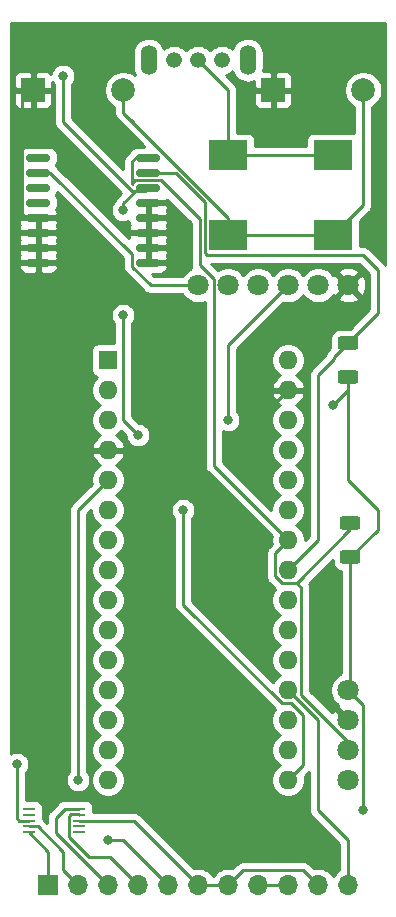
<source format=gbr>
%TF.GenerationSoftware,KiCad,Pcbnew,(6.0.4)*%
%TF.CreationDate,2022-04-23T15:23:27-04:00*%
%TF.ProjectId,smart penetrometer,736d6172-7420-4706-956e-6574726f6d65,rev?*%
%TF.SameCoordinates,Original*%
%TF.FileFunction,Copper,L1,Top*%
%TF.FilePolarity,Positive*%
%FSLAX46Y46*%
G04 Gerber Fmt 4.6, Leading zero omitted, Abs format (unit mm)*
G04 Created by KiCad (PCBNEW (6.0.4)) date 2022-04-23 15:23:27*
%MOMM*%
%LPD*%
G01*
G04 APERTURE LIST*
G04 Aperture macros list*
%AMRoundRect*
0 Rectangle with rounded corners*
0 $1 Rounding radius*
0 $2 $3 $4 $5 $6 $7 $8 $9 X,Y pos of 4 corners*
0 Add a 4 corners polygon primitive as box body*
4,1,4,$2,$3,$4,$5,$6,$7,$8,$9,$2,$3,0*
0 Add four circle primitives for the rounded corners*
1,1,$1+$1,$2,$3*
1,1,$1+$1,$4,$5*
1,1,$1+$1,$6,$7*
1,1,$1+$1,$8,$9*
0 Add four rect primitives between the rounded corners*
20,1,$1+$1,$2,$3,$4,$5,0*
20,1,$1+$1,$4,$5,$6,$7,0*
20,1,$1+$1,$6,$7,$8,$9,0*
20,1,$1+$1,$8,$9,$2,$3,0*%
G04 Aperture macros list end*
%TA.AperFunction,ComponentPad*%
%ADD10O,1.700000X1.700000*%
%TD*%
%TA.AperFunction,ComponentPad*%
%ADD11R,1.700000X1.700000*%
%TD*%
%TA.AperFunction,ComponentPad*%
%ADD12R,2.000000X2.000000*%
%TD*%
%TA.AperFunction,ComponentPad*%
%ADD13C,2.000000*%
%TD*%
%TA.AperFunction,ComponentPad*%
%ADD14C,1.800000*%
%TD*%
%TA.AperFunction,ComponentPad*%
%ADD15O,1.424000X2.524000*%
%TD*%
%TA.AperFunction,ComponentPad*%
%ADD16C,1.324000*%
%TD*%
%TA.AperFunction,SMDPad,CuDef*%
%ADD17R,1.100000X0.250000*%
%TD*%
%TA.AperFunction,SMDPad,CuDef*%
%ADD18RoundRect,0.150000X-0.875000X-0.150000X0.875000X-0.150000X0.875000X0.150000X-0.875000X0.150000X0*%
%TD*%
%TA.AperFunction,SMDPad,CuDef*%
%ADD19RoundRect,0.250000X0.625000X-0.312500X0.625000X0.312500X-0.625000X0.312500X-0.625000X-0.312500X0*%
%TD*%
%TA.AperFunction,SMDPad,CuDef*%
%ADD20R,3.300000X2.500000*%
%TD*%
%TA.AperFunction,ComponentPad*%
%ADD21O,1.600000X1.600000*%
%TD*%
%TA.AperFunction,ComponentPad*%
%ADD22R,1.600000X1.600000*%
%TD*%
%TA.AperFunction,ViaPad*%
%ADD23C,0.800000*%
%TD*%
%TA.AperFunction,Conductor*%
%ADD24C,0.250000*%
%TD*%
%TA.AperFunction,Conductor*%
%ADD25C,0.254000*%
%TD*%
G04 APERTURE END LIST*
D10*
%TO.P,J2,11*%
%TO.N,Net-(A2-Pad19)*%
X138430000Y-148590000D03*
%TO.P,J2,10*%
%TO.N,Net-(A1-Pad1)*%
X135890000Y-148590000D03*
%TO.P,J2,9*%
%TO.N,GNDREF*%
X133350000Y-148590000D03*
%TO.P,J2,8*%
X130810000Y-148590000D03*
%TO.P,J2,7*%
%TO.N,Net-(A1-Pad1)*%
X128270000Y-148590000D03*
%TO.P,J2,6*%
X125730000Y-148590000D03*
%TO.P,J2,5*%
%TO.N,Net-(A2-Pad5)*%
X123190000Y-148590000D03*
%TO.P,J2,4*%
%TO.N,Net-(A2-Pad23)*%
X120650000Y-148590000D03*
%TO.P,J2,3*%
%TO.N,Net-(A2-Pad24)*%
X118110000Y-148590000D03*
%TO.P,J2,2*%
%TO.N,Net-(J2-Pad2)*%
X115570000Y-148590000D03*
D11*
%TO.P,J2,1*%
%TO.N,Net-(J2-Pad1)*%
X113030000Y-148590000D03*
%TD*%
D12*
%TO.P,U7,2*%
%TO.N,GND*%
X111760000Y-81280000D03*
D13*
%TO.P,U7,1*%
%TO.N,VCC*%
X119380000Y-81280000D03*
%TD*%
D14*
%TO.P,U4,13*%
%TO.N,Net-(A1-Pad1)*%
X138430000Y-132080000D03*
%TO.P,U4,10*%
%TO.N,GND*%
X138430000Y-134620000D03*
%TO.P,U4,11*%
%TO.N,Net-(A2-Pad24)*%
X138430000Y-137160000D03*
%TO.P,U4,12*%
%TO.N,Net-(A2-Pad23)*%
X138430000Y-139700000D03*
%TD*%
D12*
%TO.P,U3,2*%
%TO.N,GND*%
X132080000Y-81280000D03*
D13*
%TO.P,U3,1*%
%TO.N,VCC*%
X139700000Y-81280000D03*
%TD*%
D15*
%TO.P,J1,5*%
%TO.N,N/C*%
X121539000Y-78740000D03*
%TO.P,J1,4*%
X129921000Y-78740000D03*
D16*
%TO.P,J1,3*%
%TO.N,Net-(C1-Pad1)*%
X123698000Y-78740000D03*
%TO.P,J1,2*%
%TO.N,Net-(D2-Pad1)*%
X125730000Y-78740000D03*
%TO.P,J1,1*%
%TO.N,Net-(J1-Pad1)*%
X127762000Y-78740000D03*
%TD*%
D14*
%TO.P,A1,6*%
%TO.N,GND*%
X138430000Y-97790000D03*
%TO.P,A1,5*%
%TO.N,Net-(A1-Pad5)*%
X135890000Y-97790000D03*
%TO.P,A1,4*%
%TO.N,Net-(A1-Pad4)*%
X133350000Y-97790000D03*
%TO.P,A1,3*%
%TO.N,Net-(A1-Pad3)*%
X130810000Y-97790000D03*
%TO.P,A1,2*%
%TO.N,Net-(A1-Pad2)*%
X128270000Y-97790000D03*
%TO.P,A1,1*%
%TO.N,Net-(A1-Pad1)*%
X125730000Y-97790000D03*
%TD*%
D17*
%TO.P,U5,10*%
%TO.N,Net-(A2-Pad24)*%
X115680000Y-142120000D03*
%TO.P,U5,9*%
%TO.N,Net-(A2-Pad23)*%
X115680000Y-142620000D03*
%TO.P,U5,8*%
%TO.N,Net-(A1-Pad1)*%
X115680000Y-143120000D03*
%TO.P,U5,7*%
%TO.N,Net-(U5-Pad7)*%
X115680000Y-143620000D03*
%TO.P,U5,6*%
%TO.N,Net-(U5-Pad6)*%
X115680000Y-144120000D03*
%TO.P,U5,5*%
%TO.N,Net-(J2-Pad1)*%
X111380000Y-144120000D03*
%TO.P,U5,4*%
%TO.N,Net-(J2-Pad2)*%
X111380000Y-143620000D03*
%TO.P,U5,3*%
%TO.N,GNDS*%
X111380000Y-143120000D03*
%TO.P,U5,2*%
%TO.N,Net-(U5-Pad2)*%
X111380000Y-142620000D03*
%TO.P,U5,1*%
%TO.N,Net-(U5-Pad1)*%
X111380000Y-142120000D03*
%TD*%
D18*
%TO.P,U2,16*%
%TO.N,Net-(A2-Pad24)*%
X121490000Y-86995000D03*
%TO.P,U2,15*%
%TO.N,Net-(A2-Pad23)*%
X121490000Y-88265000D03*
%TO.P,U2,14*%
%TO.N,Net-(BT1-Pad1)*%
X121490000Y-89535000D03*
%TO.P,U2,13*%
%TO.N,GND*%
X121490000Y-90805000D03*
%TO.P,U2,12*%
X121490000Y-92075000D03*
%TO.P,U2,11*%
X121490000Y-93345000D03*
%TO.P,U2,10*%
X121490000Y-94615000D03*
%TO.P,U2,9*%
X121490000Y-95885000D03*
%TO.P,U2,8*%
X112190000Y-95885000D03*
%TO.P,U2,7*%
X112190000Y-94615000D03*
%TO.P,U2,6*%
X112190000Y-93345000D03*
%TO.P,U2,5*%
X112190000Y-92075000D03*
%TO.P,U2,4*%
%TO.N,Net-(U2-Pad4)*%
X112190000Y-90805000D03*
%TO.P,U2,3*%
%TO.N,Net-(U2-Pad3)*%
X112190000Y-89535000D03*
%TO.P,U2,2*%
%TO.N,Net-(A1-Pad1)*%
X112190000Y-88265000D03*
%TO.P,U2,1*%
%TO.N,Net-(U2-Pad1)*%
X112190000Y-86995000D03*
%TD*%
D19*
%TO.P,R6,2*%
%TO.N,Net-(A2-Pad24)*%
X138622500Y-117917500D03*
%TO.P,R6,1*%
%TO.N,Net-(A1-Pad1)*%
X138622500Y-120842500D03*
%TD*%
%TO.P,R5,2*%
%TO.N,Net-(A2-Pad23)*%
X138430000Y-102677500D03*
%TO.P,R5,1*%
%TO.N,Net-(A1-Pad1)*%
X138430000Y-105602500D03*
%TD*%
D20*
%TO.P,D3,2*%
%TO.N,VCC*%
X137160000Y-93570000D03*
%TO.P,D3,1*%
%TO.N,Net-(D2-Pad1)*%
X137160000Y-86770000D03*
%TD*%
%TO.P,D2,2*%
%TO.N,VCC*%
X128270000Y-93570000D03*
%TO.P,D2,1*%
%TO.N,Net-(D2-Pad1)*%
X128270000Y-86770000D03*
%TD*%
D21*
%TO.P,A2,16*%
%TO.N,Net-(A1-Pad4)*%
X133350000Y-139700000D03*
%TO.P,A2,15*%
%TO.N,Net-(A1-Pad5)*%
X118110000Y-139700000D03*
%TO.P,A2,30*%
%TO.N,Net-(A1-Pad1)*%
X133350000Y-104140000D03*
%TO.P,A2,14*%
%TO.N,Net-(A1-Pad3)*%
X118110000Y-137160000D03*
%TO.P,A2,29*%
%TO.N,GND*%
X133350000Y-106680000D03*
%TO.P,A2,13*%
%TO.N,Net-(A1-Pad2)*%
X118110000Y-134620000D03*
%TO.P,A2,28*%
%TO.N,Net-(A2-Pad28)*%
X133350000Y-109220000D03*
%TO.P,A2,12*%
%TO.N,Net-(A2-Pad12)*%
X118110000Y-132080000D03*
%TO.P,A2,27*%
%TO.N,Net-(A2-Pad27)*%
X133350000Y-111760000D03*
%TO.P,A2,11*%
%TO.N,Net-(A2-Pad11)*%
X118110000Y-129540000D03*
%TO.P,A2,26*%
%TO.N,Net-(A2-Pad26)*%
X133350000Y-114300000D03*
%TO.P,A2,10*%
%TO.N,Net-(A2-Pad10)*%
X118110000Y-127000000D03*
%TO.P,A2,25*%
%TO.N,Net-(A2-Pad25)*%
X133350000Y-116840000D03*
%TO.P,A2,9*%
%TO.N,Net-(A2-Pad9)*%
X118110000Y-124460000D03*
%TO.P,A2,24*%
%TO.N,Net-(A2-Pad24)*%
X133350000Y-119380000D03*
%TO.P,A2,8*%
%TO.N,Net-(A2-Pad8)*%
X118110000Y-121920000D03*
%TO.P,A2,23*%
%TO.N,Net-(A2-Pad23)*%
X133350000Y-121920000D03*
%TO.P,A2,7*%
%TO.N,Net-(A2-Pad7)*%
X118110000Y-119380000D03*
%TO.P,A2,22*%
%TO.N,Net-(A2-Pad22)*%
X133350000Y-124460000D03*
%TO.P,A2,6*%
%TO.N,Net-(A2-Pad6)*%
X118110000Y-116840000D03*
%TO.P,A2,21*%
%TO.N,Net-(A2-Pad21)*%
X133350000Y-127000000D03*
%TO.P,A2,5*%
%TO.N,Net-(A2-Pad5)*%
X118110000Y-114300000D03*
%TO.P,A2,20*%
%TO.N,Net-(A2-Pad20)*%
X133350000Y-129540000D03*
%TO.P,A2,4*%
%TO.N,GND*%
X118110000Y-111760000D03*
%TO.P,A2,19*%
%TO.N,Net-(A2-Pad19)*%
X133350000Y-132080000D03*
%TO.P,A2,3*%
%TO.N,Net-(A2-Pad3)*%
X118110000Y-109220000D03*
%TO.P,A2,18*%
%TO.N,Net-(A2-Pad18)*%
X133350000Y-134620000D03*
%TO.P,A2,2*%
%TO.N,Net-(A2-Pad2)*%
X118110000Y-106680000D03*
%TO.P,A2,17*%
%TO.N,Net-(A2-Pad17)*%
X133350000Y-137160000D03*
D22*
%TO.P,A2,1*%
%TO.N,Net-(A2-Pad1)*%
X118110000Y-104140000D03*
%TD*%
D23*
%TO.N,Net-(A1-Pad4)*%
X124460000Y-116840000D03*
X128270000Y-109220000D03*
%TO.N,Net-(A1-Pad1)*%
X137160000Y-107950000D03*
X139700000Y-142240000D03*
%TO.N,GND*%
X130810000Y-110490000D03*
X128270000Y-121920000D03*
X130810000Y-121920000D03*
%TO.N,Net-(A2-Pad5)*%
X118110000Y-144780000D03*
X115570000Y-139700000D03*
%TO.N,Net-(C1-Pad1)*%
X119380000Y-100330000D03*
X120650000Y-110490000D03*
%TO.N,Net-(BT1-Pad1)*%
X119380000Y-91440000D03*
X114300000Y-80065001D03*
%TO.N,GNDS*%
X110409980Y-138349980D03*
%TD*%
D24*
%TO.N,Net-(A1-Pad4)*%
X132809999Y-133205001D02*
X124460000Y-124855002D01*
X133600003Y-133205001D02*
X132809999Y-133205001D01*
X134620000Y-134224998D02*
X133600003Y-133205001D01*
X134620000Y-138430000D02*
X134620000Y-134224998D01*
X133350000Y-139700000D02*
X134620000Y-138430000D01*
X124460000Y-124855002D02*
X124460000Y-116840000D01*
X124460000Y-116840000D02*
X124460000Y-116840000D01*
X128270000Y-102870000D02*
X133350000Y-97790000D01*
X128270000Y-109220000D02*
X128270000Y-102870000D01*
%TO.N,Net-(A1-Pad1)*%
X138430000Y-105602500D02*
X138430000Y-114300000D01*
X138430000Y-114300000D02*
X140970000Y-116840000D01*
X140970000Y-118495000D02*
X138622500Y-120842500D01*
X140970000Y-116840000D02*
X140970000Y-118495000D01*
X138622500Y-131887500D02*
X138430000Y-132080000D01*
X138622500Y-120842500D02*
X138622500Y-131887500D01*
X115630001Y-143169999D02*
X115680000Y-143120000D01*
X120139990Y-96231758D02*
X121698232Y-97790000D01*
X120139990Y-95189990D02*
X120139990Y-96231758D01*
X121698232Y-97790000D02*
X125730000Y-97790000D01*
X113215000Y-88265000D02*
X120139990Y-95189990D01*
X112190000Y-88265000D02*
X113215000Y-88265000D01*
X138430000Y-132080000D02*
X139655001Y-133305001D01*
X128270000Y-148590000D02*
X125730000Y-148590000D01*
X138430000Y-105602500D02*
X138430000Y-106680000D01*
X138430000Y-106680000D02*
X137160000Y-107950000D01*
X137160000Y-107950000D02*
X137160000Y-107950000D01*
X120309999Y-143169999D02*
X117769999Y-143169999D01*
X125730000Y-148590000D02*
X120309999Y-143169999D01*
X117769999Y-143169999D02*
X115630001Y-143169999D01*
X128270000Y-148590000D02*
X129540000Y-147320000D01*
X134620000Y-147320000D02*
X135890000Y-148590000D01*
X129540000Y-147320000D02*
X134620000Y-147320000D01*
X139655001Y-142195001D02*
X139700000Y-142240000D01*
X139655001Y-139655001D02*
X139655001Y-142195001D01*
X139655001Y-133305001D02*
X139655001Y-139655001D01*
%TO.N,GND*%
X110839990Y-91749990D02*
X110839990Y-84740010D01*
X111165000Y-92075000D02*
X110839990Y-91749990D01*
X112190000Y-92075000D02*
X111165000Y-92075000D01*
X110839990Y-82200010D02*
X111760000Y-81280000D01*
X110839990Y-84740010D02*
X110839990Y-82200010D01*
X130810000Y-109220000D02*
X130810000Y-110490000D01*
X133350000Y-106680000D02*
X130810000Y-109220000D01*
X128270000Y-121920000D02*
X130810000Y-121920000D01*
X130810000Y-121920000D02*
X130810000Y-121920000D01*
%TO.N,Net-(A2-Pad24)*%
X132224999Y-120505001D02*
X133350000Y-119380000D01*
X132224999Y-122460001D02*
X132224999Y-120505001D01*
X132809999Y-123045001D02*
X132224999Y-122460001D01*
X134057499Y-123045001D02*
X132809999Y-123045001D01*
X138622500Y-118480000D02*
X134057499Y-123045001D01*
X138622500Y-117917500D02*
X138622500Y-118480000D01*
X138430000Y-136433002D02*
X134475001Y-132478003D01*
X134475001Y-123462503D02*
X134057499Y-123045001D01*
X134475001Y-132478003D02*
X134475001Y-123462503D01*
X138430000Y-137160000D02*
X138430000Y-136433002D01*
X122561758Y-88909990D02*
X125844989Y-92193221D01*
X125844989Y-96091987D02*
X127044999Y-97291997D01*
X120418242Y-88909990D02*
X122561758Y-88909990D01*
X127044999Y-113074999D02*
X133350000Y-119380000D01*
X120139990Y-89188242D02*
X120418242Y-88909990D01*
X127044999Y-97291997D02*
X127044999Y-113074999D01*
X120139990Y-87320010D02*
X120139990Y-89188242D01*
X125844989Y-92193221D02*
X125844989Y-96091987D01*
X120465000Y-86995000D02*
X120139990Y-87320010D01*
X121490000Y-86995000D02*
X120465000Y-86995000D01*
X115680000Y-142120000D02*
X114420000Y-142120000D01*
X114300000Y-144780000D02*
X118110000Y-148590000D01*
X113665000Y-144145000D02*
X114300000Y-144780000D01*
X113665000Y-142875000D02*
X113665000Y-144145000D01*
X114420000Y-142120000D02*
X113665000Y-142875000D01*
%TO.N,Net-(A2-Pad23)*%
X137229990Y-103877510D02*
X137229990Y-104070010D01*
X138430000Y-102677500D02*
X137229990Y-103877510D01*
X137229990Y-104070010D02*
X135890000Y-105410000D01*
X135890000Y-119380000D02*
X133350000Y-121920000D01*
X135890000Y-105410000D02*
X135890000Y-119380000D01*
X114804999Y-142734999D02*
X114969997Y-142570001D01*
X114804999Y-144505001D02*
X114804999Y-142734999D01*
X115630001Y-142570001D02*
X115680000Y-142620000D01*
X114969997Y-142570001D02*
X115630001Y-142570001D01*
X140970000Y-96520000D02*
X140970000Y-100137500D01*
X139700000Y-95250000D02*
X140970000Y-96520000D01*
X126294999Y-95080001D02*
X126464998Y-95250000D01*
X140970000Y-100137500D02*
X138430000Y-102677500D01*
X126294999Y-90734999D02*
X126294999Y-95080001D01*
X123825000Y-88265000D02*
X126294999Y-90734999D01*
X126464998Y-95250000D02*
X139700000Y-95250000D01*
X121490000Y-88265000D02*
X123825000Y-88265000D01*
X118228482Y-146168482D02*
X120650000Y-148590000D01*
X116468480Y-146168482D02*
X115959999Y-145660001D01*
X118228482Y-146168482D02*
X116468480Y-146168482D01*
X115959999Y-145660001D02*
X114804999Y-144505001D01*
X116231516Y-145931518D02*
X115959999Y-145660001D01*
%TO.N,Net-(A2-Pad5)*%
X123190000Y-148590000D02*
X119380000Y-144780000D01*
X119380000Y-144780000D02*
X118110000Y-144780000D01*
X118110000Y-144780000D02*
X118110000Y-144780000D01*
X118110000Y-114300000D02*
X115570000Y-116840000D01*
X115570000Y-116840000D02*
X115570000Y-139700000D01*
%TO.N,Net-(A2-Pad19)*%
X138430000Y-147320000D02*
X138430000Y-144780000D01*
X138430000Y-144780000D02*
X135890000Y-142240000D01*
X135890000Y-134620000D02*
X133350000Y-132080000D01*
X135890000Y-142240000D02*
X135890000Y-134620000D01*
X138430000Y-147320000D02*
X138430000Y-148590000D01*
%TO.N,GNDREF*%
X133350000Y-148590000D02*
X130810000Y-148590000D01*
%TO.N,Net-(C1-Pad1)*%
X119380000Y-100330000D02*
X119380000Y-109220000D01*
X119380000Y-109220000D02*
X120650000Y-110490000D01*
X120650000Y-110490000D02*
X120650000Y-110490000D01*
%TO.N,Net-(BT1-Pad1)*%
X119380000Y-90874315D02*
X119380000Y-91440000D01*
X120719315Y-89535000D02*
X121490000Y-89535000D01*
X119380000Y-90874315D02*
X120719315Y-89535000D01*
X120150338Y-89835000D02*
X114300000Y-83984662D01*
X121190000Y-89835000D02*
X120150338Y-89835000D01*
X114300000Y-83984662D02*
X114300000Y-80065001D01*
X121490000Y-89535000D02*
X121190000Y-89835000D01*
%TO.N,GNDS*%
X110580000Y-143120000D02*
X111380000Y-143120000D01*
X110409980Y-142949980D02*
X110580000Y-143120000D01*
X110409980Y-138349980D02*
X110409980Y-142949980D01*
%TO.N,VCC*%
X137160000Y-93570000D02*
X128270000Y-93570000D01*
X139700000Y-91030000D02*
X139700000Y-83820000D01*
X137160000Y-93570000D02*
X139700000Y-91030000D01*
X128270000Y-93570000D02*
X128270000Y-92070000D01*
X119380000Y-83180000D02*
X121605000Y-85405000D01*
X119380000Y-81280000D02*
X119380000Y-83180000D01*
X121605000Y-85405000D02*
X120020000Y-83820000D01*
X128270000Y-92070000D02*
X121605000Y-85405000D01*
X139700000Y-83820000D02*
X139700000Y-81280000D01*
%TO.N,Net-(D2-Pad1)*%
X137160000Y-86770000D02*
X128270000Y-86770000D01*
X128270000Y-81280000D02*
X125730000Y-78740000D01*
X128270000Y-86770000D02*
X128270000Y-81280000D01*
%TO.N,Net-(J2-Pad2)*%
X112140002Y-143620000D02*
X114300000Y-145779998D01*
X111380000Y-143620000D02*
X112140002Y-143620000D01*
X114300000Y-147320000D02*
X115570000Y-148590000D01*
X114300000Y-145779998D02*
X114300000Y-147320000D01*
%TO.N,Net-(J2-Pad1)*%
X113030000Y-145770000D02*
X111380000Y-144120000D01*
X113030000Y-147320000D02*
X113030000Y-145770000D01*
X113030000Y-147320000D02*
X113030000Y-148590000D01*
%TD*%
%TO.N,GND*%
D25*
X141580000Y-96065293D02*
X141510001Y-95979999D01*
X141481004Y-95956202D01*
X140263804Y-94739003D01*
X140240001Y-94709999D01*
X140124276Y-94615026D01*
X139992247Y-94544454D01*
X139848986Y-94500997D01*
X139737333Y-94490000D01*
X139737322Y-94490000D01*
X139700000Y-94486324D01*
X139662678Y-94490000D01*
X139448072Y-94490000D01*
X139448072Y-92356730D01*
X140211009Y-91593794D01*
X140240001Y-91570001D01*
X140263795Y-91541008D01*
X140263799Y-91541004D01*
X140334973Y-91454277D01*
X140334974Y-91454276D01*
X140405546Y-91322247D01*
X140449003Y-91178986D01*
X140460000Y-91067333D01*
X140460000Y-91067324D01*
X140463676Y-91030001D01*
X140460000Y-90992678D01*
X140460000Y-82734909D01*
X140474463Y-82728918D01*
X140742252Y-82549987D01*
X140969987Y-82322252D01*
X141148918Y-82054463D01*
X141272168Y-81756912D01*
X141335000Y-81441033D01*
X141335000Y-81118967D01*
X141272168Y-80803088D01*
X141148918Y-80505537D01*
X140969987Y-80237748D01*
X140742252Y-80010013D01*
X140474463Y-79831082D01*
X140176912Y-79707832D01*
X139861033Y-79645000D01*
X139538967Y-79645000D01*
X139223088Y-79707832D01*
X138925537Y-79831082D01*
X138657748Y-80010013D01*
X138430013Y-80237748D01*
X138251082Y-80505537D01*
X138127832Y-80803088D01*
X138065000Y-81118967D01*
X138065000Y-81441033D01*
X138127832Y-81756912D01*
X138251082Y-82054463D01*
X138430013Y-82322252D01*
X138657748Y-82549987D01*
X138925537Y-82728918D01*
X138940000Y-82734909D01*
X138940000Y-83857332D01*
X138940001Y-83857342D01*
X138940001Y-84895862D01*
X138934482Y-84894188D01*
X138810000Y-84881928D01*
X135510000Y-84881928D01*
X135385518Y-84894188D01*
X135265820Y-84930498D01*
X135155506Y-84989463D01*
X135058815Y-85068815D01*
X134979463Y-85165506D01*
X134920498Y-85275820D01*
X134884188Y-85395518D01*
X134871928Y-85520000D01*
X134871928Y-86010000D01*
X130558072Y-86010000D01*
X130558072Y-85520000D01*
X130545812Y-85395518D01*
X130509502Y-85275820D01*
X130450537Y-85165506D01*
X130371185Y-85068815D01*
X130274494Y-84989463D01*
X130164180Y-84930498D01*
X130044482Y-84894188D01*
X129920000Y-84881928D01*
X129030000Y-84881928D01*
X129030000Y-82280000D01*
X130441928Y-82280000D01*
X130454188Y-82404482D01*
X130490498Y-82524180D01*
X130549463Y-82634494D01*
X130628815Y-82731185D01*
X130725506Y-82810537D01*
X130835820Y-82869502D01*
X130955518Y-82905812D01*
X131080000Y-82918072D01*
X131794250Y-82915000D01*
X131953000Y-82756250D01*
X131953000Y-81407000D01*
X132207000Y-81407000D01*
X132207000Y-82756250D01*
X132365750Y-82915000D01*
X133080000Y-82918072D01*
X133204482Y-82905812D01*
X133324180Y-82869502D01*
X133434494Y-82810537D01*
X133531185Y-82731185D01*
X133610537Y-82634494D01*
X133669502Y-82524180D01*
X133705812Y-82404482D01*
X133718072Y-82280000D01*
X133715000Y-81565750D01*
X133556250Y-81407000D01*
X132207000Y-81407000D01*
X131953000Y-81407000D01*
X130603750Y-81407000D01*
X130445000Y-81565750D01*
X130441928Y-82280000D01*
X129030000Y-82280000D01*
X129030000Y-81317322D01*
X129033676Y-81279999D01*
X129030000Y-81242676D01*
X129030000Y-81242667D01*
X129019003Y-81131014D01*
X128975546Y-80987753D01*
X128904974Y-80855724D01*
X128861777Y-80803088D01*
X128833799Y-80768996D01*
X128833795Y-80768992D01*
X128810001Y-80739999D01*
X128781008Y-80716205D01*
X128066620Y-80001817D01*
X128140321Y-79987157D01*
X128376360Y-79889387D01*
X128588790Y-79747446D01*
X128637406Y-79698830D01*
X128670513Y-79807968D01*
X128795592Y-80041973D01*
X128963919Y-80247080D01*
X129169026Y-80415408D01*
X129403031Y-80540487D01*
X129656942Y-80617510D01*
X129921000Y-80643517D01*
X130185057Y-80617510D01*
X130438968Y-80540487D01*
X130443039Y-80538311D01*
X130445000Y-80994250D01*
X130603750Y-81153000D01*
X131953000Y-81153000D01*
X131953000Y-79803750D01*
X132207000Y-79803750D01*
X132207000Y-81153000D01*
X133556250Y-81153000D01*
X133715000Y-80994250D01*
X133718072Y-80280000D01*
X133705812Y-80155518D01*
X133669502Y-80035820D01*
X133610537Y-79925506D01*
X133531185Y-79828815D01*
X133434494Y-79749463D01*
X133324180Y-79690498D01*
X133204482Y-79654188D01*
X133080000Y-79641928D01*
X132365750Y-79645000D01*
X132207000Y-79803750D01*
X131953000Y-79803750D01*
X131794250Y-79645000D01*
X131221670Y-79642537D01*
X131248510Y-79554058D01*
X131268000Y-79356169D01*
X131268000Y-78123831D01*
X131248510Y-77925942D01*
X131171487Y-77672031D01*
X131046408Y-77438026D01*
X130878081Y-77232919D01*
X130672974Y-77064592D01*
X130438969Y-76939513D01*
X130185058Y-76862490D01*
X129921000Y-76836483D01*
X129656943Y-76862490D01*
X129403032Y-76939513D01*
X129169027Y-77064592D01*
X128963920Y-77232919D01*
X128795592Y-77438026D01*
X128670513Y-77672031D01*
X128637406Y-77781170D01*
X128588790Y-77732554D01*
X128376360Y-77590613D01*
X128140321Y-77492843D01*
X127889743Y-77443000D01*
X127634257Y-77443000D01*
X127383679Y-77492843D01*
X127147640Y-77590613D01*
X126935210Y-77732554D01*
X126754554Y-77913210D01*
X126746000Y-77926012D01*
X126737446Y-77913210D01*
X126556790Y-77732554D01*
X126344360Y-77590613D01*
X126108321Y-77492843D01*
X125857743Y-77443000D01*
X125602257Y-77443000D01*
X125351679Y-77492843D01*
X125115640Y-77590613D01*
X124903210Y-77732554D01*
X124722554Y-77913210D01*
X124714000Y-77926012D01*
X124705446Y-77913210D01*
X124524790Y-77732554D01*
X124312360Y-77590613D01*
X124076321Y-77492843D01*
X123825743Y-77443000D01*
X123570257Y-77443000D01*
X123319679Y-77492843D01*
X123083640Y-77590613D01*
X122871210Y-77732554D01*
X122822594Y-77781170D01*
X122789487Y-77672031D01*
X122664408Y-77438026D01*
X122496081Y-77232919D01*
X122290974Y-77064592D01*
X122056969Y-76939513D01*
X121803058Y-76862490D01*
X121539000Y-76836483D01*
X121274943Y-76862490D01*
X121021032Y-76939513D01*
X120787027Y-77064592D01*
X120581920Y-77232919D01*
X120413592Y-77438026D01*
X120288513Y-77672031D01*
X120211490Y-77925942D01*
X120192000Y-78123831D01*
X120192000Y-79356168D01*
X120211490Y-79554057D01*
X120288513Y-79807968D01*
X120382207Y-79983256D01*
X120154463Y-79831082D01*
X119856912Y-79707832D01*
X119541033Y-79645000D01*
X119218967Y-79645000D01*
X118903088Y-79707832D01*
X118605537Y-79831082D01*
X118337748Y-80010013D01*
X118110013Y-80237748D01*
X117931082Y-80505537D01*
X117807832Y-80803088D01*
X117745000Y-81118967D01*
X117745000Y-81441033D01*
X117807832Y-81756912D01*
X117931082Y-82054463D01*
X118110013Y-82322252D01*
X118337748Y-82549987D01*
X118605537Y-82728918D01*
X118620001Y-82734909D01*
X118620001Y-83142668D01*
X118616324Y-83180000D01*
X118630998Y-83328985D01*
X118674454Y-83472246D01*
X118745026Y-83604276D01*
X118799797Y-83671014D01*
X118840000Y-83720001D01*
X118868998Y-83743799D01*
X119456201Y-84331002D01*
X121093996Y-85968799D01*
X121094007Y-85968808D01*
X121182127Y-86056928D01*
X120615000Y-86056928D01*
X120461255Y-86072071D01*
X120313418Y-86116916D01*
X120177171Y-86189742D01*
X120057749Y-86287749D01*
X119959742Y-86407171D01*
X119941350Y-86441580D01*
X119924999Y-86454999D01*
X119901196Y-86484003D01*
X119628993Y-86756206D01*
X119599989Y-86780009D01*
X119546653Y-86845000D01*
X119505016Y-86895734D01*
X119451957Y-86995000D01*
X119434444Y-87027764D01*
X119390987Y-87171025D01*
X119379990Y-87282678D01*
X119379990Y-87282688D01*
X119376314Y-87320010D01*
X119379990Y-87357333D01*
X119379990Y-87989851D01*
X115060000Y-83669861D01*
X115060000Y-80768712D01*
X115103937Y-80724775D01*
X115217205Y-80555257D01*
X115295226Y-80366899D01*
X115335000Y-80166940D01*
X115335000Y-79963062D01*
X115295226Y-79763103D01*
X115217205Y-79574745D01*
X115103937Y-79405227D01*
X114959774Y-79261064D01*
X114790256Y-79147796D01*
X114601898Y-79069775D01*
X114401939Y-79030001D01*
X114198061Y-79030001D01*
X113998102Y-79069775D01*
X113809744Y-79147796D01*
X113640226Y-79261064D01*
X113496063Y-79405227D01*
X113382795Y-79574745D01*
X113304774Y-79763103D01*
X113275995Y-79907786D01*
X113211185Y-79828815D01*
X113114494Y-79749463D01*
X113004180Y-79690498D01*
X112884482Y-79654188D01*
X112760000Y-79641928D01*
X112045750Y-79645000D01*
X111887000Y-79803750D01*
X111887000Y-81153000D01*
X113236250Y-81153000D01*
X113395000Y-80994250D01*
X113396798Y-80576214D01*
X113496063Y-80724775D01*
X113540001Y-80768713D01*
X113540000Y-83947339D01*
X113536324Y-83984662D01*
X113540000Y-84021984D01*
X113540000Y-84021994D01*
X113550997Y-84133647D01*
X113594454Y-84276908D01*
X113665026Y-84408938D01*
X113702807Y-84454974D01*
X113759999Y-84524663D01*
X113789003Y-84548466D01*
X119210025Y-89969489D01*
X118869002Y-90310512D01*
X118839999Y-90334314D01*
X118802081Y-90380518D01*
X118745026Y-90450039D01*
X118715649Y-90505000D01*
X118674454Y-90582069D01*
X118631014Y-90725275D01*
X118576063Y-90780226D01*
X118462795Y-90949744D01*
X118384774Y-91138102D01*
X118345000Y-91338061D01*
X118345000Y-91541939D01*
X118384774Y-91741898D01*
X118462795Y-91930256D01*
X118576063Y-92099774D01*
X118720226Y-92243937D01*
X118889744Y-92357205D01*
X119078102Y-92435226D01*
X119278061Y-92475000D01*
X119481939Y-92475000D01*
X119681898Y-92435226D01*
X119826942Y-92375146D01*
X119839188Y-92499482D01*
X119875498Y-92619180D01*
X119924043Y-92710000D01*
X119875498Y-92800820D01*
X119839188Y-92920518D01*
X119826928Y-93045000D01*
X119830000Y-93059250D01*
X119988750Y-93218000D01*
X121363000Y-93218000D01*
X121363000Y-92202000D01*
X121617000Y-92202000D01*
X121617000Y-93218000D01*
X122991250Y-93218000D01*
X123150000Y-93059250D01*
X123153072Y-93045000D01*
X123140812Y-92920518D01*
X123104502Y-92800820D01*
X123055957Y-92710000D01*
X123104502Y-92619180D01*
X123140812Y-92499482D01*
X123153072Y-92375000D01*
X123150000Y-92360750D01*
X122991250Y-92202000D01*
X121617000Y-92202000D01*
X121363000Y-92202000D01*
X121343000Y-92202000D01*
X121343000Y-91948000D01*
X121363000Y-91948000D01*
X121363000Y-90932000D01*
X121617000Y-90932000D01*
X121617000Y-91948000D01*
X122991250Y-91948000D01*
X123150000Y-91789250D01*
X123153072Y-91775000D01*
X123140812Y-91650518D01*
X123104502Y-91530820D01*
X123055957Y-91440000D01*
X123104502Y-91349180D01*
X123140812Y-91229482D01*
X123153072Y-91105000D01*
X123150000Y-91090750D01*
X122991250Y-90932000D01*
X121617000Y-90932000D01*
X121363000Y-90932000D01*
X121343000Y-90932000D01*
X121343000Y-90678000D01*
X121363000Y-90678000D01*
X121363000Y-90658000D01*
X121617000Y-90658000D01*
X121617000Y-90678000D01*
X122991250Y-90678000D01*
X123123108Y-90546142D01*
X125084989Y-92508023D01*
X125084990Y-96054655D01*
X125081313Y-96091987D01*
X125095987Y-96240972D01*
X125136455Y-96374382D01*
X125002905Y-96429701D01*
X124751495Y-96597688D01*
X124537688Y-96811495D01*
X124391687Y-97030000D01*
X122013034Y-97030000D01*
X121803148Y-96820114D01*
X122515000Y-96823072D01*
X122639482Y-96810812D01*
X122759180Y-96774502D01*
X122869494Y-96715537D01*
X122966185Y-96636185D01*
X123045537Y-96539494D01*
X123104502Y-96429180D01*
X123140812Y-96309482D01*
X123153072Y-96185000D01*
X123150000Y-96170750D01*
X122991250Y-96012000D01*
X121617000Y-96012000D01*
X121617000Y-96032000D01*
X121363000Y-96032000D01*
X121363000Y-96012000D01*
X121343000Y-96012000D01*
X121343000Y-95758000D01*
X121363000Y-95758000D01*
X121363000Y-94742000D01*
X121617000Y-94742000D01*
X121617000Y-95758000D01*
X122991250Y-95758000D01*
X123150000Y-95599250D01*
X123153072Y-95585000D01*
X123140812Y-95460518D01*
X123104502Y-95340820D01*
X123055957Y-95250000D01*
X123104502Y-95159180D01*
X123140812Y-95039482D01*
X123153072Y-94915000D01*
X123150000Y-94900750D01*
X122991250Y-94742000D01*
X121617000Y-94742000D01*
X121363000Y-94742000D01*
X121343000Y-94742000D01*
X121343000Y-94488000D01*
X121363000Y-94488000D01*
X121363000Y-93472000D01*
X121617000Y-93472000D01*
X121617000Y-94488000D01*
X122991250Y-94488000D01*
X123150000Y-94329250D01*
X123153072Y-94315000D01*
X123140812Y-94190518D01*
X123104502Y-94070820D01*
X123055957Y-93980000D01*
X123104502Y-93889180D01*
X123140812Y-93769482D01*
X123153072Y-93645000D01*
X123150000Y-93630750D01*
X122991250Y-93472000D01*
X121617000Y-93472000D01*
X121363000Y-93472000D01*
X119988750Y-93472000D01*
X119830000Y-93630750D01*
X119826928Y-93645000D01*
X119839188Y-93769482D01*
X119858741Y-93833939D01*
X113778804Y-87754003D01*
X113755001Y-87724999D01*
X113738650Y-87711580D01*
X113720258Y-87677171D01*
X113681546Y-87630000D01*
X113720258Y-87582829D01*
X113793084Y-87446582D01*
X113837929Y-87298745D01*
X113853072Y-87145000D01*
X113853072Y-86845000D01*
X113837929Y-86691255D01*
X113793084Y-86543418D01*
X113720258Y-86407171D01*
X113622251Y-86287749D01*
X113502829Y-86189742D01*
X113366582Y-86116916D01*
X113218745Y-86072071D01*
X113065000Y-86056928D01*
X111315000Y-86056928D01*
X111161255Y-86072071D01*
X111013418Y-86116916D01*
X110877171Y-86189742D01*
X110757749Y-86287749D01*
X110659742Y-86407171D01*
X110586916Y-86543418D01*
X110542071Y-86691255D01*
X110526928Y-86845000D01*
X110526928Y-87145000D01*
X110542071Y-87298745D01*
X110586916Y-87446582D01*
X110659742Y-87582829D01*
X110698454Y-87630000D01*
X110659742Y-87677171D01*
X110586916Y-87813418D01*
X110542071Y-87961255D01*
X110526928Y-88115000D01*
X110526928Y-88415000D01*
X110542071Y-88568745D01*
X110586916Y-88716582D01*
X110659742Y-88852829D01*
X110698454Y-88900000D01*
X110659742Y-88947171D01*
X110586916Y-89083418D01*
X110542071Y-89231255D01*
X110526928Y-89385000D01*
X110526928Y-89685000D01*
X110542071Y-89838745D01*
X110586916Y-89986582D01*
X110659742Y-90122829D01*
X110698454Y-90170000D01*
X110659742Y-90217171D01*
X110586916Y-90353418D01*
X110542071Y-90501255D01*
X110526928Y-90655000D01*
X110526928Y-90955000D01*
X110542071Y-91108745D01*
X110586916Y-91256582D01*
X110658730Y-91390936D01*
X110634463Y-91420506D01*
X110575498Y-91530820D01*
X110539188Y-91650518D01*
X110526928Y-91775000D01*
X110530000Y-91789250D01*
X110688750Y-91948000D01*
X112063000Y-91948000D01*
X112063000Y-91928000D01*
X112317000Y-91928000D01*
X112317000Y-91948000D01*
X113691250Y-91948000D01*
X113850000Y-91789250D01*
X113853072Y-91775000D01*
X113840812Y-91650518D01*
X113804502Y-91530820D01*
X113745537Y-91420506D01*
X113721270Y-91390936D01*
X113793084Y-91256582D01*
X113837929Y-91108745D01*
X113853072Y-90955000D01*
X113853072Y-90655000D01*
X113837929Y-90501255D01*
X113793084Y-90353418D01*
X113720258Y-90217171D01*
X113681546Y-90170000D01*
X113720258Y-90122829D01*
X113793084Y-89986582D01*
X113809073Y-89933874D01*
X119379990Y-95504792D01*
X119379991Y-96194426D01*
X119376314Y-96231758D01*
X119379991Y-96269091D01*
X119390988Y-96380744D01*
X119392047Y-96384234D01*
X119434444Y-96524004D01*
X119505016Y-96656034D01*
X119562371Y-96725920D01*
X119599990Y-96771759D01*
X119628988Y-96795557D01*
X121134433Y-98301003D01*
X121158231Y-98330001D01*
X121187229Y-98353799D01*
X121273955Y-98424974D01*
X121304310Y-98441199D01*
X121405985Y-98495546D01*
X121549246Y-98539003D01*
X121660899Y-98550000D01*
X121660909Y-98550000D01*
X121698232Y-98553676D01*
X121735555Y-98550000D01*
X124391687Y-98550000D01*
X124537688Y-98768505D01*
X124751495Y-98982312D01*
X125002905Y-99150299D01*
X125282257Y-99266011D01*
X125578816Y-99325000D01*
X125881184Y-99325000D01*
X126177743Y-99266011D01*
X126284999Y-99221584D01*
X126285000Y-113037666D01*
X126281323Y-113074999D01*
X126295997Y-113223984D01*
X126339453Y-113367245D01*
X126410025Y-113499275D01*
X126481200Y-113586001D01*
X126504999Y-113615000D01*
X126533997Y-113638798D01*
X131951312Y-119056114D01*
X131915000Y-119238665D01*
X131915000Y-119521335D01*
X131951312Y-119703887D01*
X131713997Y-119941202D01*
X131684999Y-119965000D01*
X131661201Y-119993998D01*
X131661200Y-119993999D01*
X131590025Y-120080725D01*
X131519453Y-120212755D01*
X131475997Y-120356016D01*
X131461323Y-120505001D01*
X131465000Y-120542333D01*
X131464999Y-122422678D01*
X131461323Y-122460001D01*
X131464999Y-122497323D01*
X131464999Y-122497333D01*
X131475996Y-122608986D01*
X131519453Y-122752247D01*
X131590025Y-122884277D01*
X131621396Y-122922502D01*
X131684998Y-123000002D01*
X131714001Y-123023804D01*
X132235400Y-123545204D01*
X132235363Y-123545241D01*
X132078320Y-123780273D01*
X131970147Y-124041426D01*
X131915000Y-124318665D01*
X131915000Y-124601335D01*
X131970147Y-124878574D01*
X132078320Y-125139727D01*
X132235363Y-125374759D01*
X132435241Y-125574637D01*
X132667759Y-125730000D01*
X132435241Y-125885363D01*
X132235363Y-126085241D01*
X132078320Y-126320273D01*
X131970147Y-126581426D01*
X131915000Y-126858665D01*
X131915000Y-127141335D01*
X131970147Y-127418574D01*
X132078320Y-127679727D01*
X132235363Y-127914759D01*
X132435241Y-128114637D01*
X132667759Y-128270000D01*
X132435241Y-128425363D01*
X132235363Y-128625241D01*
X132078320Y-128860273D01*
X131970147Y-129121426D01*
X131915000Y-129398665D01*
X131915000Y-129681335D01*
X131970147Y-129958574D01*
X132078320Y-130219727D01*
X132235363Y-130454759D01*
X132435241Y-130654637D01*
X132667759Y-130810000D01*
X132435241Y-130965363D01*
X132235363Y-131165241D01*
X132079022Y-131399222D01*
X125220000Y-124540201D01*
X125220000Y-117543711D01*
X125263937Y-117499774D01*
X125377205Y-117330256D01*
X125455226Y-117141898D01*
X125495000Y-116941939D01*
X125495000Y-116738061D01*
X125455226Y-116538102D01*
X125377205Y-116349744D01*
X125263937Y-116180226D01*
X125119774Y-116036063D01*
X124950256Y-115922795D01*
X124761898Y-115844774D01*
X124561939Y-115805000D01*
X124358061Y-115805000D01*
X124158102Y-115844774D01*
X123969744Y-115922795D01*
X123800226Y-116036063D01*
X123656063Y-116180226D01*
X123542795Y-116349744D01*
X123464774Y-116538102D01*
X123425000Y-116738061D01*
X123425000Y-116941939D01*
X123464774Y-117141898D01*
X123542795Y-117330256D01*
X123656063Y-117499774D01*
X123700001Y-117543712D01*
X123700000Y-124817680D01*
X123696324Y-124855002D01*
X123700000Y-124892324D01*
X123700000Y-124892334D01*
X123710997Y-125003987D01*
X123752173Y-125139727D01*
X123754454Y-125147248D01*
X123825026Y-125279278D01*
X123864871Y-125327828D01*
X123919999Y-125395003D01*
X123949003Y-125418806D01*
X132235400Y-133705204D01*
X132235363Y-133705241D01*
X132078320Y-133940273D01*
X131970147Y-134201426D01*
X131915000Y-134478665D01*
X131915000Y-134761335D01*
X131970147Y-135038574D01*
X132078320Y-135299727D01*
X132235363Y-135534759D01*
X132435241Y-135734637D01*
X132667759Y-135890000D01*
X132435241Y-136045363D01*
X132235363Y-136245241D01*
X132078320Y-136480273D01*
X131970147Y-136741426D01*
X131915000Y-137018665D01*
X131915000Y-137301335D01*
X131970147Y-137578574D01*
X132078320Y-137839727D01*
X132235363Y-138074759D01*
X132435241Y-138274637D01*
X132667759Y-138430000D01*
X132435241Y-138585363D01*
X132235363Y-138785241D01*
X132078320Y-139020273D01*
X131970147Y-139281426D01*
X131915000Y-139558665D01*
X131915000Y-139841335D01*
X131970147Y-140118574D01*
X132078320Y-140379727D01*
X132235363Y-140614759D01*
X132435241Y-140814637D01*
X132670273Y-140971680D01*
X132931426Y-141079853D01*
X133208665Y-141135000D01*
X133491335Y-141135000D01*
X133768574Y-141079853D01*
X134029727Y-140971680D01*
X134264759Y-140814637D01*
X134464637Y-140614759D01*
X134621680Y-140379727D01*
X134729853Y-140118574D01*
X134785000Y-139841335D01*
X134785000Y-139558665D01*
X134748688Y-139376114D01*
X135130000Y-138994802D01*
X135130000Y-142202678D01*
X135126324Y-142240000D01*
X135130000Y-142277322D01*
X135130000Y-142277332D01*
X135140997Y-142388985D01*
X135173156Y-142495000D01*
X135184454Y-142532246D01*
X135255026Y-142664276D01*
X135282429Y-142697666D01*
X135349999Y-142780001D01*
X135379003Y-142803804D01*
X137670001Y-145094804D01*
X137670000Y-147282667D01*
X137670000Y-147311822D01*
X137483368Y-147436525D01*
X137276525Y-147643368D01*
X137160000Y-147817760D01*
X137043475Y-147643368D01*
X136836632Y-147436525D01*
X136593411Y-147274010D01*
X136323158Y-147162068D01*
X136036260Y-147105000D01*
X135743740Y-147105000D01*
X135523592Y-147148791D01*
X135183804Y-146809003D01*
X135160001Y-146779999D01*
X135044276Y-146685026D01*
X134912247Y-146614454D01*
X134768986Y-146570997D01*
X134657333Y-146560000D01*
X134657322Y-146560000D01*
X134620000Y-146556324D01*
X134582678Y-146560000D01*
X129577322Y-146560000D01*
X129539999Y-146556324D01*
X129502676Y-146560000D01*
X129502667Y-146560000D01*
X129391014Y-146570997D01*
X129247753Y-146614454D01*
X129115724Y-146685026D01*
X128999999Y-146779999D01*
X128976201Y-146808997D01*
X128636408Y-147148790D01*
X128416260Y-147105000D01*
X128123740Y-147105000D01*
X127836842Y-147162068D01*
X127566589Y-147274010D01*
X127323368Y-147436525D01*
X127116525Y-147643368D01*
X127000000Y-147817760D01*
X126883475Y-147643368D01*
X126676632Y-147436525D01*
X126433411Y-147274010D01*
X126163158Y-147162068D01*
X125876260Y-147105000D01*
X125583740Y-147105000D01*
X125363592Y-147148790D01*
X120873803Y-142659002D01*
X120850000Y-142629998D01*
X120734275Y-142535025D01*
X120602246Y-142464453D01*
X120458985Y-142420996D01*
X120347332Y-142409999D01*
X120347321Y-142409999D01*
X120309999Y-142406323D01*
X120272677Y-142409999D01*
X116859700Y-142409999D01*
X116855812Y-142370518D01*
X116855655Y-142370000D01*
X116855812Y-142369482D01*
X116868072Y-142245000D01*
X116868072Y-141995000D01*
X116855812Y-141870518D01*
X116819502Y-141750820D01*
X116760537Y-141640506D01*
X116681185Y-141543815D01*
X116584494Y-141464463D01*
X116474180Y-141405498D01*
X116354482Y-141369188D01*
X116230000Y-141356928D01*
X115130000Y-141356928D01*
X115098808Y-141360000D01*
X114457322Y-141360000D01*
X114419999Y-141356324D01*
X114382676Y-141360000D01*
X114382667Y-141360000D01*
X114271014Y-141370997D01*
X114127753Y-141414454D01*
X113995724Y-141485026D01*
X113879999Y-141579999D01*
X113856201Y-141608998D01*
X113154002Y-142311197D01*
X113124999Y-142334999D01*
X113069871Y-142402174D01*
X113030026Y-142450724D01*
X112980021Y-142544276D01*
X112959454Y-142582754D01*
X112915997Y-142726015D01*
X112905000Y-142837668D01*
X112905000Y-142837678D01*
X112901324Y-142875000D01*
X112905000Y-142912323D01*
X112905000Y-143310197D01*
X112703806Y-143109002D01*
X112680003Y-143079999D01*
X112567337Y-142987536D01*
X112555812Y-142870518D01*
X112555655Y-142870000D01*
X112555812Y-142869482D01*
X112568072Y-142745000D01*
X112568072Y-142495000D01*
X112555812Y-142370518D01*
X112555655Y-142370000D01*
X112555812Y-142369482D01*
X112568072Y-142245000D01*
X112568072Y-141995000D01*
X112555812Y-141870518D01*
X112519502Y-141750820D01*
X112460537Y-141640506D01*
X112381185Y-141543815D01*
X112284494Y-141464463D01*
X112174180Y-141405498D01*
X112054482Y-141369188D01*
X111930000Y-141356928D01*
X111169980Y-141356928D01*
X111169980Y-139598061D01*
X114535000Y-139598061D01*
X114535000Y-139801939D01*
X114574774Y-140001898D01*
X114652795Y-140190256D01*
X114766063Y-140359774D01*
X114910226Y-140503937D01*
X115079744Y-140617205D01*
X115268102Y-140695226D01*
X115468061Y-140735000D01*
X115671939Y-140735000D01*
X115871898Y-140695226D01*
X116060256Y-140617205D01*
X116229774Y-140503937D01*
X116373937Y-140359774D01*
X116487205Y-140190256D01*
X116565226Y-140001898D01*
X116605000Y-139801939D01*
X116605000Y-139598061D01*
X116565226Y-139398102D01*
X116487205Y-139209744D01*
X116373937Y-139040226D01*
X116330000Y-138996289D01*
X116330000Y-117154801D01*
X116675000Y-116809801D01*
X116675000Y-116981335D01*
X116730147Y-117258574D01*
X116838320Y-117519727D01*
X116995363Y-117754759D01*
X117195241Y-117954637D01*
X117427759Y-118110000D01*
X117195241Y-118265363D01*
X116995363Y-118465241D01*
X116838320Y-118700273D01*
X116730147Y-118961426D01*
X116675000Y-119238665D01*
X116675000Y-119521335D01*
X116730147Y-119798574D01*
X116838320Y-120059727D01*
X116995363Y-120294759D01*
X117195241Y-120494637D01*
X117427759Y-120650000D01*
X117195241Y-120805363D01*
X116995363Y-121005241D01*
X116838320Y-121240273D01*
X116730147Y-121501426D01*
X116675000Y-121778665D01*
X116675000Y-122061335D01*
X116730147Y-122338574D01*
X116838320Y-122599727D01*
X116995363Y-122834759D01*
X117195241Y-123034637D01*
X117427759Y-123190000D01*
X117195241Y-123345363D01*
X116995363Y-123545241D01*
X116838320Y-123780273D01*
X116730147Y-124041426D01*
X116675000Y-124318665D01*
X116675000Y-124601335D01*
X116730147Y-124878574D01*
X116838320Y-125139727D01*
X116995363Y-125374759D01*
X117195241Y-125574637D01*
X117427759Y-125730000D01*
X117195241Y-125885363D01*
X116995363Y-126085241D01*
X116838320Y-126320273D01*
X116730147Y-126581426D01*
X116675000Y-126858665D01*
X116675000Y-127141335D01*
X116730147Y-127418574D01*
X116838320Y-127679727D01*
X116995363Y-127914759D01*
X117195241Y-128114637D01*
X117427759Y-128270000D01*
X117195241Y-128425363D01*
X116995363Y-128625241D01*
X116838320Y-128860273D01*
X116730147Y-129121426D01*
X116675000Y-129398665D01*
X116675000Y-129681335D01*
X116730147Y-129958574D01*
X116838320Y-130219727D01*
X116995363Y-130454759D01*
X117195241Y-130654637D01*
X117427759Y-130810000D01*
X117195241Y-130965363D01*
X116995363Y-131165241D01*
X116838320Y-131400273D01*
X116730147Y-131661426D01*
X116675000Y-131938665D01*
X116675000Y-132221335D01*
X116730147Y-132498574D01*
X116838320Y-132759727D01*
X116995363Y-132994759D01*
X117195241Y-133194637D01*
X117427759Y-133350000D01*
X117195241Y-133505363D01*
X116995363Y-133705241D01*
X116838320Y-133940273D01*
X116730147Y-134201426D01*
X116675000Y-134478665D01*
X116675000Y-134761335D01*
X116730147Y-135038574D01*
X116838320Y-135299727D01*
X116995363Y-135534759D01*
X117195241Y-135734637D01*
X117427759Y-135890000D01*
X117195241Y-136045363D01*
X116995363Y-136245241D01*
X116838320Y-136480273D01*
X116730147Y-136741426D01*
X116675000Y-137018665D01*
X116675000Y-137301335D01*
X116730147Y-137578574D01*
X116838320Y-137839727D01*
X116995363Y-138074759D01*
X117195241Y-138274637D01*
X117427759Y-138430000D01*
X117195241Y-138585363D01*
X116995363Y-138785241D01*
X116838320Y-139020273D01*
X116730147Y-139281426D01*
X116675000Y-139558665D01*
X116675000Y-139841335D01*
X116730147Y-140118574D01*
X116838320Y-140379727D01*
X116995363Y-140614759D01*
X117195241Y-140814637D01*
X117430273Y-140971680D01*
X117691426Y-141079853D01*
X117968665Y-141135000D01*
X118251335Y-141135000D01*
X118528574Y-141079853D01*
X118789727Y-140971680D01*
X119024759Y-140814637D01*
X119224637Y-140614759D01*
X119381680Y-140379727D01*
X119489853Y-140118574D01*
X119545000Y-139841335D01*
X119545000Y-139558665D01*
X119489853Y-139281426D01*
X119381680Y-139020273D01*
X119224637Y-138785241D01*
X119024759Y-138585363D01*
X118792241Y-138430000D01*
X119024759Y-138274637D01*
X119224637Y-138074759D01*
X119381680Y-137839727D01*
X119489853Y-137578574D01*
X119545000Y-137301335D01*
X119545000Y-137018665D01*
X119489853Y-136741426D01*
X119381680Y-136480273D01*
X119224637Y-136245241D01*
X119024759Y-136045363D01*
X118792241Y-135890000D01*
X119024759Y-135734637D01*
X119224637Y-135534759D01*
X119381680Y-135299727D01*
X119489853Y-135038574D01*
X119545000Y-134761335D01*
X119545000Y-134478665D01*
X119489853Y-134201426D01*
X119381680Y-133940273D01*
X119224637Y-133705241D01*
X119024759Y-133505363D01*
X118792241Y-133350000D01*
X119024759Y-133194637D01*
X119224637Y-132994759D01*
X119381680Y-132759727D01*
X119489853Y-132498574D01*
X119545000Y-132221335D01*
X119545000Y-131938665D01*
X119489853Y-131661426D01*
X119381680Y-131400273D01*
X119224637Y-131165241D01*
X119024759Y-130965363D01*
X118792241Y-130810000D01*
X119024759Y-130654637D01*
X119224637Y-130454759D01*
X119381680Y-130219727D01*
X119489853Y-129958574D01*
X119545000Y-129681335D01*
X119545000Y-129398665D01*
X119489853Y-129121426D01*
X119381680Y-128860273D01*
X119224637Y-128625241D01*
X119024759Y-128425363D01*
X118792241Y-128270000D01*
X119024759Y-128114637D01*
X119224637Y-127914759D01*
X119381680Y-127679727D01*
X119489853Y-127418574D01*
X119545000Y-127141335D01*
X119545000Y-126858665D01*
X119489853Y-126581426D01*
X119381680Y-126320273D01*
X119224637Y-126085241D01*
X119024759Y-125885363D01*
X118792241Y-125730000D01*
X119024759Y-125574637D01*
X119224637Y-125374759D01*
X119381680Y-125139727D01*
X119489853Y-124878574D01*
X119545000Y-124601335D01*
X119545000Y-124318665D01*
X119489853Y-124041426D01*
X119381680Y-123780273D01*
X119224637Y-123545241D01*
X119024759Y-123345363D01*
X118792241Y-123190000D01*
X119024759Y-123034637D01*
X119224637Y-122834759D01*
X119381680Y-122599727D01*
X119489853Y-122338574D01*
X119545000Y-122061335D01*
X119545000Y-121778665D01*
X119489853Y-121501426D01*
X119381680Y-121240273D01*
X119224637Y-121005241D01*
X119024759Y-120805363D01*
X118792241Y-120650000D01*
X119024759Y-120494637D01*
X119224637Y-120294759D01*
X119381680Y-120059727D01*
X119489853Y-119798574D01*
X119545000Y-119521335D01*
X119545000Y-119238665D01*
X119489853Y-118961426D01*
X119381680Y-118700273D01*
X119224637Y-118465241D01*
X119024759Y-118265363D01*
X118792241Y-118110000D01*
X119024759Y-117954637D01*
X119224637Y-117754759D01*
X119381680Y-117519727D01*
X119489853Y-117258574D01*
X119545000Y-116981335D01*
X119545000Y-116698665D01*
X119489853Y-116421426D01*
X119381680Y-116160273D01*
X119224637Y-115925241D01*
X119024759Y-115725363D01*
X118792241Y-115570000D01*
X119024759Y-115414637D01*
X119224637Y-115214759D01*
X119381680Y-114979727D01*
X119489853Y-114718574D01*
X119545000Y-114441335D01*
X119545000Y-114158665D01*
X119489853Y-113881426D01*
X119381680Y-113620273D01*
X119224637Y-113385241D01*
X119024759Y-113185363D01*
X118789727Y-113028320D01*
X118779135Y-113023933D01*
X118965131Y-112912385D01*
X119173519Y-112723414D01*
X119341037Y-112497420D01*
X119461246Y-112243087D01*
X119501904Y-112109039D01*
X119379915Y-111887000D01*
X118237000Y-111887000D01*
X118237000Y-111907000D01*
X117983000Y-111907000D01*
X117983000Y-111887000D01*
X116840085Y-111887000D01*
X116718096Y-112109039D01*
X116758754Y-112243087D01*
X116878963Y-112497420D01*
X117046481Y-112723414D01*
X117254869Y-112912385D01*
X117440865Y-113023933D01*
X117430273Y-113028320D01*
X117195241Y-113185363D01*
X116995363Y-113385241D01*
X116838320Y-113620273D01*
X116730147Y-113881426D01*
X116675000Y-114158665D01*
X116675000Y-114441335D01*
X116711312Y-114623886D01*
X115059003Y-116276196D01*
X115029999Y-116299999D01*
X114989175Y-116349744D01*
X114935026Y-116415724D01*
X114869613Y-116538102D01*
X114864454Y-116547754D01*
X114820997Y-116691015D01*
X114810000Y-116802668D01*
X114810000Y-116802678D01*
X114806324Y-116840000D01*
X114810000Y-116877322D01*
X114810001Y-138996288D01*
X114766063Y-139040226D01*
X114652795Y-139209744D01*
X114574774Y-139398102D01*
X114535000Y-139598061D01*
X111169980Y-139598061D01*
X111169980Y-139053691D01*
X111213917Y-139009754D01*
X111327185Y-138840236D01*
X111405206Y-138651878D01*
X111444980Y-138451919D01*
X111444980Y-138248041D01*
X111405206Y-138048082D01*
X111327185Y-137859724D01*
X111213917Y-137690206D01*
X111069754Y-137546043D01*
X110900236Y-137432775D01*
X110711878Y-137354754D01*
X110511919Y-137314980D01*
X110308041Y-137314980D01*
X110108082Y-137354754D01*
X109919724Y-137432775D01*
X109880000Y-137459318D01*
X109880000Y-103340000D01*
X116671928Y-103340000D01*
X116671928Y-104940000D01*
X116684188Y-105064482D01*
X116720498Y-105184180D01*
X116779463Y-105294494D01*
X116858815Y-105391185D01*
X116955506Y-105470537D01*
X117065820Y-105529502D01*
X117185518Y-105565812D01*
X117193961Y-105566643D01*
X116995363Y-105765241D01*
X116838320Y-106000273D01*
X116730147Y-106261426D01*
X116675000Y-106538665D01*
X116675000Y-106821335D01*
X116730147Y-107098574D01*
X116838320Y-107359727D01*
X116995363Y-107594759D01*
X117195241Y-107794637D01*
X117427759Y-107950000D01*
X117195241Y-108105363D01*
X116995363Y-108305241D01*
X116838320Y-108540273D01*
X116730147Y-108801426D01*
X116675000Y-109078665D01*
X116675000Y-109361335D01*
X116730147Y-109638574D01*
X116838320Y-109899727D01*
X116995363Y-110134759D01*
X117195241Y-110334637D01*
X117430273Y-110491680D01*
X117440865Y-110496067D01*
X117254869Y-110607615D01*
X117046481Y-110796586D01*
X116878963Y-111022580D01*
X116758754Y-111276913D01*
X116718096Y-111410961D01*
X116840085Y-111633000D01*
X117983000Y-111633000D01*
X117983000Y-111613000D01*
X118237000Y-111613000D01*
X118237000Y-111633000D01*
X119379915Y-111633000D01*
X119501904Y-111410961D01*
X119461246Y-111276913D01*
X119341037Y-111022580D01*
X119173519Y-110796586D01*
X118965131Y-110607615D01*
X118779135Y-110496067D01*
X118789727Y-110491680D01*
X119024759Y-110334637D01*
X119222297Y-110137099D01*
X119615000Y-110529802D01*
X119615000Y-110591939D01*
X119654774Y-110791898D01*
X119732795Y-110980256D01*
X119846063Y-111149774D01*
X119990226Y-111293937D01*
X120159744Y-111407205D01*
X120348102Y-111485226D01*
X120548061Y-111525000D01*
X120751939Y-111525000D01*
X120951898Y-111485226D01*
X121140256Y-111407205D01*
X121309774Y-111293937D01*
X121453937Y-111149774D01*
X121567205Y-110980256D01*
X121645226Y-110791898D01*
X121685000Y-110591939D01*
X121685000Y-110388061D01*
X121645226Y-110188102D01*
X121567205Y-109999744D01*
X121453937Y-109830226D01*
X121309774Y-109686063D01*
X121140256Y-109572795D01*
X120951898Y-109494774D01*
X120751939Y-109455000D01*
X120689802Y-109455000D01*
X120140000Y-108905199D01*
X120140000Y-101033711D01*
X120183937Y-100989774D01*
X120297205Y-100820256D01*
X120375226Y-100631898D01*
X120415000Y-100431939D01*
X120415000Y-100228061D01*
X120375226Y-100028102D01*
X120297205Y-99839744D01*
X120183937Y-99670226D01*
X120039774Y-99526063D01*
X119870256Y-99412795D01*
X119681898Y-99334774D01*
X119481939Y-99295000D01*
X119278061Y-99295000D01*
X119078102Y-99334774D01*
X118889744Y-99412795D01*
X118720226Y-99526063D01*
X118576063Y-99670226D01*
X118462795Y-99839744D01*
X118384774Y-100028102D01*
X118345000Y-100228061D01*
X118345000Y-100431939D01*
X118384774Y-100631898D01*
X118462795Y-100820256D01*
X118576063Y-100989774D01*
X118620000Y-101033711D01*
X118620000Y-102701928D01*
X117310000Y-102701928D01*
X117185518Y-102714188D01*
X117065820Y-102750498D01*
X116955506Y-102809463D01*
X116858815Y-102888815D01*
X116779463Y-102985506D01*
X116720498Y-103095820D01*
X116684188Y-103215518D01*
X116671928Y-103340000D01*
X109880000Y-103340000D01*
X109880000Y-96185000D01*
X110526928Y-96185000D01*
X110539188Y-96309482D01*
X110575498Y-96429180D01*
X110634463Y-96539494D01*
X110713815Y-96636185D01*
X110810506Y-96715537D01*
X110920820Y-96774502D01*
X111040518Y-96810812D01*
X111165000Y-96823072D01*
X111904250Y-96820000D01*
X112063000Y-96661250D01*
X112063000Y-96012000D01*
X112317000Y-96012000D01*
X112317000Y-96661250D01*
X112475750Y-96820000D01*
X113215000Y-96823072D01*
X113339482Y-96810812D01*
X113459180Y-96774502D01*
X113569494Y-96715537D01*
X113666185Y-96636185D01*
X113745537Y-96539494D01*
X113804502Y-96429180D01*
X113840812Y-96309482D01*
X113853072Y-96185000D01*
X113850000Y-96170750D01*
X113691250Y-96012000D01*
X112317000Y-96012000D01*
X112063000Y-96012000D01*
X110688750Y-96012000D01*
X110530000Y-96170750D01*
X110526928Y-96185000D01*
X109880000Y-96185000D01*
X109880000Y-94915000D01*
X110526928Y-94915000D01*
X110539188Y-95039482D01*
X110575498Y-95159180D01*
X110624043Y-95250000D01*
X110575498Y-95340820D01*
X110539188Y-95460518D01*
X110526928Y-95585000D01*
X110530000Y-95599250D01*
X110688750Y-95758000D01*
X112063000Y-95758000D01*
X112063000Y-94742000D01*
X112317000Y-94742000D01*
X112317000Y-95758000D01*
X113691250Y-95758000D01*
X113850000Y-95599250D01*
X113853072Y-95585000D01*
X113840812Y-95460518D01*
X113804502Y-95340820D01*
X113755957Y-95250000D01*
X113804502Y-95159180D01*
X113840812Y-95039482D01*
X113853072Y-94915000D01*
X113850000Y-94900750D01*
X113691250Y-94742000D01*
X112317000Y-94742000D01*
X112063000Y-94742000D01*
X110688750Y-94742000D01*
X110530000Y-94900750D01*
X110526928Y-94915000D01*
X109880000Y-94915000D01*
X109880000Y-93645000D01*
X110526928Y-93645000D01*
X110539188Y-93769482D01*
X110575498Y-93889180D01*
X110624043Y-93980000D01*
X110575498Y-94070820D01*
X110539188Y-94190518D01*
X110526928Y-94315000D01*
X110530000Y-94329250D01*
X110688750Y-94488000D01*
X112063000Y-94488000D01*
X112063000Y-93472000D01*
X112317000Y-93472000D01*
X112317000Y-94488000D01*
X113691250Y-94488000D01*
X113850000Y-94329250D01*
X113853072Y-94315000D01*
X113840812Y-94190518D01*
X113804502Y-94070820D01*
X113755957Y-93980000D01*
X113804502Y-93889180D01*
X113840812Y-93769482D01*
X113853072Y-93645000D01*
X113850000Y-93630750D01*
X113691250Y-93472000D01*
X112317000Y-93472000D01*
X112063000Y-93472000D01*
X110688750Y-93472000D01*
X110530000Y-93630750D01*
X110526928Y-93645000D01*
X109880000Y-93645000D01*
X109880000Y-92375000D01*
X110526928Y-92375000D01*
X110539188Y-92499482D01*
X110575498Y-92619180D01*
X110624043Y-92710000D01*
X110575498Y-92800820D01*
X110539188Y-92920518D01*
X110526928Y-93045000D01*
X110530000Y-93059250D01*
X110688750Y-93218000D01*
X112063000Y-93218000D01*
X112063000Y-92202000D01*
X112317000Y-92202000D01*
X112317000Y-93218000D01*
X113691250Y-93218000D01*
X113850000Y-93059250D01*
X113853072Y-93045000D01*
X113840812Y-92920518D01*
X113804502Y-92800820D01*
X113755957Y-92710000D01*
X113804502Y-92619180D01*
X113840812Y-92499482D01*
X113853072Y-92375000D01*
X113850000Y-92360750D01*
X113691250Y-92202000D01*
X112317000Y-92202000D01*
X112063000Y-92202000D01*
X110688750Y-92202000D01*
X110530000Y-92360750D01*
X110526928Y-92375000D01*
X109880000Y-92375000D01*
X109880000Y-82280000D01*
X110121928Y-82280000D01*
X110134188Y-82404482D01*
X110170498Y-82524180D01*
X110229463Y-82634494D01*
X110308815Y-82731185D01*
X110405506Y-82810537D01*
X110515820Y-82869502D01*
X110635518Y-82905812D01*
X110760000Y-82918072D01*
X111474250Y-82915000D01*
X111633000Y-82756250D01*
X111633000Y-81407000D01*
X111887000Y-81407000D01*
X111887000Y-82756250D01*
X112045750Y-82915000D01*
X112760000Y-82918072D01*
X112884482Y-82905812D01*
X113004180Y-82869502D01*
X113114494Y-82810537D01*
X113211185Y-82731185D01*
X113290537Y-82634494D01*
X113349502Y-82524180D01*
X113385812Y-82404482D01*
X113398072Y-82280000D01*
X113395000Y-81565750D01*
X113236250Y-81407000D01*
X111887000Y-81407000D01*
X111633000Y-81407000D01*
X110283750Y-81407000D01*
X110125000Y-81565750D01*
X110121928Y-82280000D01*
X109880000Y-82280000D01*
X109880000Y-80280000D01*
X110121928Y-80280000D01*
X110125000Y-80994250D01*
X110283750Y-81153000D01*
X111633000Y-81153000D01*
X111633000Y-79803750D01*
X111474250Y-79645000D01*
X110760000Y-79641928D01*
X110635518Y-79654188D01*
X110515820Y-79690498D01*
X110405506Y-79749463D01*
X110308815Y-79828815D01*
X110229463Y-79925506D01*
X110170498Y-80035820D01*
X110134188Y-80155518D01*
X110121928Y-80280000D01*
X109880000Y-80280000D01*
X109880000Y-75590000D01*
X141580000Y-75590000D01*
X141580000Y-96065293D01*
X141580000Y-96065293D02*
X141580000Y-75590000D01*
%TA.AperFunction,Conductor*%
G36*
X141580000Y-96065293D02*
G01*
X141510001Y-95979999D01*
X141481004Y-95956202D01*
X140263804Y-94739003D01*
X140240001Y-94709999D01*
X140124276Y-94615026D01*
X139992247Y-94544454D01*
X139848986Y-94500997D01*
X139737333Y-94490000D01*
X139737322Y-94490000D01*
X139700000Y-94486324D01*
X139662678Y-94490000D01*
X139448072Y-94490000D01*
X139448072Y-92356730D01*
X140211009Y-91593794D01*
X140240001Y-91570001D01*
X140263795Y-91541008D01*
X140263799Y-91541004D01*
X140334973Y-91454277D01*
X140334974Y-91454276D01*
X140405546Y-91322247D01*
X140449003Y-91178986D01*
X140460000Y-91067333D01*
X140460000Y-91067324D01*
X140463676Y-91030001D01*
X140460000Y-90992678D01*
X140460000Y-82734909D01*
X140474463Y-82728918D01*
X140742252Y-82549987D01*
X140969987Y-82322252D01*
X141148918Y-82054463D01*
X141272168Y-81756912D01*
X141335000Y-81441033D01*
X141335000Y-81118967D01*
X141272168Y-80803088D01*
X141148918Y-80505537D01*
X140969987Y-80237748D01*
X140742252Y-80010013D01*
X140474463Y-79831082D01*
X140176912Y-79707832D01*
X139861033Y-79645000D01*
X139538967Y-79645000D01*
X139223088Y-79707832D01*
X138925537Y-79831082D01*
X138657748Y-80010013D01*
X138430013Y-80237748D01*
X138251082Y-80505537D01*
X138127832Y-80803088D01*
X138065000Y-81118967D01*
X138065000Y-81441033D01*
X138127832Y-81756912D01*
X138251082Y-82054463D01*
X138430013Y-82322252D01*
X138657748Y-82549987D01*
X138925537Y-82728918D01*
X138940000Y-82734909D01*
X138940000Y-83857332D01*
X138940001Y-83857342D01*
X138940001Y-84895862D01*
X138934482Y-84894188D01*
X138810000Y-84881928D01*
X135510000Y-84881928D01*
X135385518Y-84894188D01*
X135265820Y-84930498D01*
X135155506Y-84989463D01*
X135058815Y-85068815D01*
X134979463Y-85165506D01*
X134920498Y-85275820D01*
X134884188Y-85395518D01*
X134871928Y-85520000D01*
X134871928Y-86010000D01*
X130558072Y-86010000D01*
X130558072Y-85520000D01*
X130545812Y-85395518D01*
X130509502Y-85275820D01*
X130450537Y-85165506D01*
X130371185Y-85068815D01*
X130274494Y-84989463D01*
X130164180Y-84930498D01*
X130044482Y-84894188D01*
X129920000Y-84881928D01*
X129030000Y-84881928D01*
X129030000Y-82280000D01*
X130441928Y-82280000D01*
X130454188Y-82404482D01*
X130490498Y-82524180D01*
X130549463Y-82634494D01*
X130628815Y-82731185D01*
X130725506Y-82810537D01*
X130835820Y-82869502D01*
X130955518Y-82905812D01*
X131080000Y-82918072D01*
X131794250Y-82915000D01*
X131953000Y-82756250D01*
X131953000Y-81407000D01*
X132207000Y-81407000D01*
X132207000Y-82756250D01*
X132365750Y-82915000D01*
X133080000Y-82918072D01*
X133204482Y-82905812D01*
X133324180Y-82869502D01*
X133434494Y-82810537D01*
X133531185Y-82731185D01*
X133610537Y-82634494D01*
X133669502Y-82524180D01*
X133705812Y-82404482D01*
X133718072Y-82280000D01*
X133715000Y-81565750D01*
X133556250Y-81407000D01*
X132207000Y-81407000D01*
X131953000Y-81407000D01*
X130603750Y-81407000D01*
X130445000Y-81565750D01*
X130441928Y-82280000D01*
X129030000Y-82280000D01*
X129030000Y-81317322D01*
X129033676Y-81279999D01*
X129030000Y-81242676D01*
X129030000Y-81242667D01*
X129019003Y-81131014D01*
X128975546Y-80987753D01*
X128904974Y-80855724D01*
X128861777Y-80803088D01*
X128833799Y-80768996D01*
X128833795Y-80768992D01*
X128810001Y-80739999D01*
X128781008Y-80716205D01*
X128066620Y-80001817D01*
X128140321Y-79987157D01*
X128376360Y-79889387D01*
X128588790Y-79747446D01*
X128637406Y-79698830D01*
X128670513Y-79807968D01*
X128795592Y-80041973D01*
X128963919Y-80247080D01*
X129169026Y-80415408D01*
X129403031Y-80540487D01*
X129656942Y-80617510D01*
X129921000Y-80643517D01*
X130185057Y-80617510D01*
X130438968Y-80540487D01*
X130443039Y-80538311D01*
X130445000Y-80994250D01*
X130603750Y-81153000D01*
X131953000Y-81153000D01*
X131953000Y-79803750D01*
X132207000Y-79803750D01*
X132207000Y-81153000D01*
X133556250Y-81153000D01*
X133715000Y-80994250D01*
X133718072Y-80280000D01*
X133705812Y-80155518D01*
X133669502Y-80035820D01*
X133610537Y-79925506D01*
X133531185Y-79828815D01*
X133434494Y-79749463D01*
X133324180Y-79690498D01*
X133204482Y-79654188D01*
X133080000Y-79641928D01*
X132365750Y-79645000D01*
X132207000Y-79803750D01*
X131953000Y-79803750D01*
X131794250Y-79645000D01*
X131221670Y-79642537D01*
X131248510Y-79554058D01*
X131268000Y-79356169D01*
X131268000Y-78123831D01*
X131248510Y-77925942D01*
X131171487Y-77672031D01*
X131046408Y-77438026D01*
X130878081Y-77232919D01*
X130672974Y-77064592D01*
X130438969Y-76939513D01*
X130185058Y-76862490D01*
X129921000Y-76836483D01*
X129656943Y-76862490D01*
X129403032Y-76939513D01*
X129169027Y-77064592D01*
X128963920Y-77232919D01*
X128795592Y-77438026D01*
X128670513Y-77672031D01*
X128637406Y-77781170D01*
X128588790Y-77732554D01*
X128376360Y-77590613D01*
X128140321Y-77492843D01*
X127889743Y-77443000D01*
X127634257Y-77443000D01*
X127383679Y-77492843D01*
X127147640Y-77590613D01*
X126935210Y-77732554D01*
X126754554Y-77913210D01*
X126746000Y-77926012D01*
X126737446Y-77913210D01*
X126556790Y-77732554D01*
X126344360Y-77590613D01*
X126108321Y-77492843D01*
X125857743Y-77443000D01*
X125602257Y-77443000D01*
X125351679Y-77492843D01*
X125115640Y-77590613D01*
X124903210Y-77732554D01*
X124722554Y-77913210D01*
X124714000Y-77926012D01*
X124705446Y-77913210D01*
X124524790Y-77732554D01*
X124312360Y-77590613D01*
X124076321Y-77492843D01*
X123825743Y-77443000D01*
X123570257Y-77443000D01*
X123319679Y-77492843D01*
X123083640Y-77590613D01*
X122871210Y-77732554D01*
X122822594Y-77781170D01*
X122789487Y-77672031D01*
X122664408Y-77438026D01*
X122496081Y-77232919D01*
X122290974Y-77064592D01*
X122056969Y-76939513D01*
X121803058Y-76862490D01*
X121539000Y-76836483D01*
X121274943Y-76862490D01*
X121021032Y-76939513D01*
X120787027Y-77064592D01*
X120581920Y-77232919D01*
X120413592Y-77438026D01*
X120288513Y-77672031D01*
X120211490Y-77925942D01*
X120192000Y-78123831D01*
X120192000Y-79356168D01*
X120211490Y-79554057D01*
X120288513Y-79807968D01*
X120382207Y-79983256D01*
X120154463Y-79831082D01*
X119856912Y-79707832D01*
X119541033Y-79645000D01*
X119218967Y-79645000D01*
X118903088Y-79707832D01*
X118605537Y-79831082D01*
X118337748Y-80010013D01*
X118110013Y-80237748D01*
X117931082Y-80505537D01*
X117807832Y-80803088D01*
X117745000Y-81118967D01*
X117745000Y-81441033D01*
X117807832Y-81756912D01*
X117931082Y-82054463D01*
X118110013Y-82322252D01*
X118337748Y-82549987D01*
X118605537Y-82728918D01*
X118620001Y-82734909D01*
X118620001Y-83142668D01*
X118616324Y-83180000D01*
X118630998Y-83328985D01*
X118674454Y-83472246D01*
X118745026Y-83604276D01*
X118799797Y-83671014D01*
X118840000Y-83720001D01*
X118868998Y-83743799D01*
X119456201Y-84331002D01*
X121093996Y-85968799D01*
X121094007Y-85968808D01*
X121182127Y-86056928D01*
X120615000Y-86056928D01*
X120461255Y-86072071D01*
X120313418Y-86116916D01*
X120177171Y-86189742D01*
X120057749Y-86287749D01*
X119959742Y-86407171D01*
X119941350Y-86441580D01*
X119924999Y-86454999D01*
X119901196Y-86484003D01*
X119628993Y-86756206D01*
X119599989Y-86780009D01*
X119546653Y-86845000D01*
X119505016Y-86895734D01*
X119451957Y-86995000D01*
X119434444Y-87027764D01*
X119390987Y-87171025D01*
X119379990Y-87282678D01*
X119379990Y-87282688D01*
X119376314Y-87320010D01*
X119379990Y-87357333D01*
X119379990Y-87989851D01*
X115060000Y-83669861D01*
X115060000Y-80768712D01*
X115103937Y-80724775D01*
X115217205Y-80555257D01*
X115295226Y-80366899D01*
X115335000Y-80166940D01*
X115335000Y-79963062D01*
X115295226Y-79763103D01*
X115217205Y-79574745D01*
X115103937Y-79405227D01*
X114959774Y-79261064D01*
X114790256Y-79147796D01*
X114601898Y-79069775D01*
X114401939Y-79030001D01*
X114198061Y-79030001D01*
X113998102Y-79069775D01*
X113809744Y-79147796D01*
X113640226Y-79261064D01*
X113496063Y-79405227D01*
X113382795Y-79574745D01*
X113304774Y-79763103D01*
X113275995Y-79907786D01*
X113211185Y-79828815D01*
X113114494Y-79749463D01*
X113004180Y-79690498D01*
X112884482Y-79654188D01*
X112760000Y-79641928D01*
X112045750Y-79645000D01*
X111887000Y-79803750D01*
X111887000Y-81153000D01*
X113236250Y-81153000D01*
X113395000Y-80994250D01*
X113396798Y-80576214D01*
X113496063Y-80724775D01*
X113540001Y-80768713D01*
X113540000Y-83947339D01*
X113536324Y-83984662D01*
X113540000Y-84021984D01*
X113540000Y-84021994D01*
X113550997Y-84133647D01*
X113594454Y-84276908D01*
X113665026Y-84408938D01*
X113702807Y-84454974D01*
X113759999Y-84524663D01*
X113789003Y-84548466D01*
X119210025Y-89969489D01*
X118869002Y-90310512D01*
X118839999Y-90334314D01*
X118802081Y-90380518D01*
X118745026Y-90450039D01*
X118715649Y-90505000D01*
X118674454Y-90582069D01*
X118631014Y-90725275D01*
X118576063Y-90780226D01*
X118462795Y-90949744D01*
X118384774Y-91138102D01*
X118345000Y-91338061D01*
X118345000Y-91541939D01*
X118384774Y-91741898D01*
X118462795Y-91930256D01*
X118576063Y-92099774D01*
X118720226Y-92243937D01*
X118889744Y-92357205D01*
X119078102Y-92435226D01*
X119278061Y-92475000D01*
X119481939Y-92475000D01*
X119681898Y-92435226D01*
X119826942Y-92375146D01*
X119839188Y-92499482D01*
X119875498Y-92619180D01*
X119924043Y-92710000D01*
X119875498Y-92800820D01*
X119839188Y-92920518D01*
X119826928Y-93045000D01*
X119830000Y-93059250D01*
X119988750Y-93218000D01*
X121363000Y-93218000D01*
X121363000Y-92202000D01*
X121617000Y-92202000D01*
X121617000Y-93218000D01*
X122991250Y-93218000D01*
X123150000Y-93059250D01*
X123153072Y-93045000D01*
X123140812Y-92920518D01*
X123104502Y-92800820D01*
X123055957Y-92710000D01*
X123104502Y-92619180D01*
X123140812Y-92499482D01*
X123153072Y-92375000D01*
X123150000Y-92360750D01*
X122991250Y-92202000D01*
X121617000Y-92202000D01*
X121363000Y-92202000D01*
X121343000Y-92202000D01*
X121343000Y-91948000D01*
X121363000Y-91948000D01*
X121363000Y-90932000D01*
X121617000Y-90932000D01*
X121617000Y-91948000D01*
X122991250Y-91948000D01*
X123150000Y-91789250D01*
X123153072Y-91775000D01*
X123140812Y-91650518D01*
X123104502Y-91530820D01*
X123055957Y-91440000D01*
X123104502Y-91349180D01*
X123140812Y-91229482D01*
X123153072Y-91105000D01*
X123150000Y-91090750D01*
X122991250Y-90932000D01*
X121617000Y-90932000D01*
X121363000Y-90932000D01*
X121343000Y-90932000D01*
X121343000Y-90678000D01*
X121363000Y-90678000D01*
X121363000Y-90658000D01*
X121617000Y-90658000D01*
X121617000Y-90678000D01*
X122991250Y-90678000D01*
X123123108Y-90546142D01*
X125084989Y-92508023D01*
X125084990Y-96054655D01*
X125081313Y-96091987D01*
X125095987Y-96240972D01*
X125136455Y-96374382D01*
X125002905Y-96429701D01*
X124751495Y-96597688D01*
X124537688Y-96811495D01*
X124391687Y-97030000D01*
X122013034Y-97030000D01*
X121803148Y-96820114D01*
X122515000Y-96823072D01*
X122639482Y-96810812D01*
X122759180Y-96774502D01*
X122869494Y-96715537D01*
X122966185Y-96636185D01*
X123045537Y-96539494D01*
X123104502Y-96429180D01*
X123140812Y-96309482D01*
X123153072Y-96185000D01*
X123150000Y-96170750D01*
X122991250Y-96012000D01*
X121617000Y-96012000D01*
X121617000Y-96032000D01*
X121363000Y-96032000D01*
X121363000Y-96012000D01*
X121343000Y-96012000D01*
X121343000Y-95758000D01*
X121363000Y-95758000D01*
X121363000Y-94742000D01*
X121617000Y-94742000D01*
X121617000Y-95758000D01*
X122991250Y-95758000D01*
X123150000Y-95599250D01*
X123153072Y-95585000D01*
X123140812Y-95460518D01*
X123104502Y-95340820D01*
X123055957Y-95250000D01*
X123104502Y-95159180D01*
X123140812Y-95039482D01*
X123153072Y-94915000D01*
X123150000Y-94900750D01*
X122991250Y-94742000D01*
X121617000Y-94742000D01*
X121363000Y-94742000D01*
X121343000Y-94742000D01*
X121343000Y-94488000D01*
X121363000Y-94488000D01*
X121363000Y-93472000D01*
X121617000Y-93472000D01*
X121617000Y-94488000D01*
X122991250Y-94488000D01*
X123150000Y-94329250D01*
X123153072Y-94315000D01*
X123140812Y-94190518D01*
X123104502Y-94070820D01*
X123055957Y-93980000D01*
X123104502Y-93889180D01*
X123140812Y-93769482D01*
X123153072Y-93645000D01*
X123150000Y-93630750D01*
X122991250Y-93472000D01*
X121617000Y-93472000D01*
X121363000Y-93472000D01*
X119988750Y-93472000D01*
X119830000Y-93630750D01*
X119826928Y-93645000D01*
X119839188Y-93769482D01*
X119858741Y-93833939D01*
X113778804Y-87754003D01*
X113755001Y-87724999D01*
X113738650Y-87711580D01*
X113720258Y-87677171D01*
X113681546Y-87630000D01*
X113720258Y-87582829D01*
X113793084Y-87446582D01*
X113837929Y-87298745D01*
X113853072Y-87145000D01*
X113853072Y-86845000D01*
X113837929Y-86691255D01*
X113793084Y-86543418D01*
X113720258Y-86407171D01*
X113622251Y-86287749D01*
X113502829Y-86189742D01*
X113366582Y-86116916D01*
X113218745Y-86072071D01*
X113065000Y-86056928D01*
X111315000Y-86056928D01*
X111161255Y-86072071D01*
X111013418Y-86116916D01*
X110877171Y-86189742D01*
X110757749Y-86287749D01*
X110659742Y-86407171D01*
X110586916Y-86543418D01*
X110542071Y-86691255D01*
X110526928Y-86845000D01*
X110526928Y-87145000D01*
X110542071Y-87298745D01*
X110586916Y-87446582D01*
X110659742Y-87582829D01*
X110698454Y-87630000D01*
X110659742Y-87677171D01*
X110586916Y-87813418D01*
X110542071Y-87961255D01*
X110526928Y-88115000D01*
X110526928Y-88415000D01*
X110542071Y-88568745D01*
X110586916Y-88716582D01*
X110659742Y-88852829D01*
X110698454Y-88900000D01*
X110659742Y-88947171D01*
X110586916Y-89083418D01*
X110542071Y-89231255D01*
X110526928Y-89385000D01*
X110526928Y-89685000D01*
X110542071Y-89838745D01*
X110586916Y-89986582D01*
X110659742Y-90122829D01*
X110698454Y-90170000D01*
X110659742Y-90217171D01*
X110586916Y-90353418D01*
X110542071Y-90501255D01*
X110526928Y-90655000D01*
X110526928Y-90955000D01*
X110542071Y-91108745D01*
X110586916Y-91256582D01*
X110658730Y-91390936D01*
X110634463Y-91420506D01*
X110575498Y-91530820D01*
X110539188Y-91650518D01*
X110526928Y-91775000D01*
X110530000Y-91789250D01*
X110688750Y-91948000D01*
X112063000Y-91948000D01*
X112063000Y-91928000D01*
X112317000Y-91928000D01*
X112317000Y-91948000D01*
X113691250Y-91948000D01*
X113850000Y-91789250D01*
X113853072Y-91775000D01*
X113840812Y-91650518D01*
X113804502Y-91530820D01*
X113745537Y-91420506D01*
X113721270Y-91390936D01*
X113793084Y-91256582D01*
X113837929Y-91108745D01*
X113853072Y-90955000D01*
X113853072Y-90655000D01*
X113837929Y-90501255D01*
X113793084Y-90353418D01*
X113720258Y-90217171D01*
X113681546Y-90170000D01*
X113720258Y-90122829D01*
X113793084Y-89986582D01*
X113809073Y-89933874D01*
X119379990Y-95504792D01*
X119379991Y-96194426D01*
X119376314Y-96231758D01*
X119379991Y-96269091D01*
X119390988Y-96380744D01*
X119392047Y-96384234D01*
X119434444Y-96524004D01*
X119505016Y-96656034D01*
X119562371Y-96725920D01*
X119599990Y-96771759D01*
X119628988Y-96795557D01*
X121134433Y-98301003D01*
X121158231Y-98330001D01*
X121187229Y-98353799D01*
X121273955Y-98424974D01*
X121304310Y-98441199D01*
X121405985Y-98495546D01*
X121549246Y-98539003D01*
X121660899Y-98550000D01*
X121660909Y-98550000D01*
X121698232Y-98553676D01*
X121735555Y-98550000D01*
X124391687Y-98550000D01*
X124537688Y-98768505D01*
X124751495Y-98982312D01*
X125002905Y-99150299D01*
X125282257Y-99266011D01*
X125578816Y-99325000D01*
X125881184Y-99325000D01*
X126177743Y-99266011D01*
X126284999Y-99221584D01*
X126285000Y-113037666D01*
X126281323Y-113074999D01*
X126295997Y-113223984D01*
X126339453Y-113367245D01*
X126410025Y-113499275D01*
X126481200Y-113586001D01*
X126504999Y-113615000D01*
X126533997Y-113638798D01*
X131951312Y-119056114D01*
X131915000Y-119238665D01*
X131915000Y-119521335D01*
X131951312Y-119703887D01*
X131713997Y-119941202D01*
X131684999Y-119965000D01*
X131661201Y-119993998D01*
X131661200Y-119993999D01*
X131590025Y-120080725D01*
X131519453Y-120212755D01*
X131475997Y-120356016D01*
X131461323Y-120505001D01*
X131465000Y-120542333D01*
X131464999Y-122422678D01*
X131461323Y-122460001D01*
X131464999Y-122497323D01*
X131464999Y-122497333D01*
X131475996Y-122608986D01*
X131519453Y-122752247D01*
X131590025Y-122884277D01*
X131621396Y-122922502D01*
X131684998Y-123000002D01*
X131714001Y-123023804D01*
X132235400Y-123545204D01*
X132235363Y-123545241D01*
X132078320Y-123780273D01*
X131970147Y-124041426D01*
X131915000Y-124318665D01*
X131915000Y-124601335D01*
X131970147Y-124878574D01*
X132078320Y-125139727D01*
X132235363Y-125374759D01*
X132435241Y-125574637D01*
X132667759Y-125730000D01*
X132435241Y-125885363D01*
X132235363Y-126085241D01*
X132078320Y-126320273D01*
X131970147Y-126581426D01*
X131915000Y-126858665D01*
X131915000Y-127141335D01*
X131970147Y-127418574D01*
X132078320Y-127679727D01*
X132235363Y-127914759D01*
X132435241Y-128114637D01*
X132667759Y-128270000D01*
X132435241Y-128425363D01*
X132235363Y-128625241D01*
X132078320Y-128860273D01*
X131970147Y-129121426D01*
X131915000Y-129398665D01*
X131915000Y-129681335D01*
X131970147Y-129958574D01*
X132078320Y-130219727D01*
X132235363Y-130454759D01*
X132435241Y-130654637D01*
X132667759Y-130810000D01*
X132435241Y-130965363D01*
X132235363Y-131165241D01*
X132079022Y-131399222D01*
X125220000Y-124540201D01*
X125220000Y-117543711D01*
X125263937Y-117499774D01*
X125377205Y-117330256D01*
X125455226Y-117141898D01*
X125495000Y-116941939D01*
X125495000Y-116738061D01*
X125455226Y-116538102D01*
X125377205Y-116349744D01*
X125263937Y-116180226D01*
X125119774Y-116036063D01*
X124950256Y-115922795D01*
X124761898Y-115844774D01*
X124561939Y-115805000D01*
X124358061Y-115805000D01*
X124158102Y-115844774D01*
X123969744Y-115922795D01*
X123800226Y-116036063D01*
X123656063Y-116180226D01*
X123542795Y-116349744D01*
X123464774Y-116538102D01*
X123425000Y-116738061D01*
X123425000Y-116941939D01*
X123464774Y-117141898D01*
X123542795Y-117330256D01*
X123656063Y-117499774D01*
X123700001Y-117543712D01*
X123700000Y-124817680D01*
X123696324Y-124855002D01*
X123700000Y-124892324D01*
X123700000Y-124892334D01*
X123710997Y-125003987D01*
X123752173Y-125139727D01*
X123754454Y-125147248D01*
X123825026Y-125279278D01*
X123864871Y-125327828D01*
X123919999Y-125395003D01*
X123949003Y-125418806D01*
X132235400Y-133705204D01*
X132235363Y-133705241D01*
X132078320Y-133940273D01*
X131970147Y-134201426D01*
X131915000Y-134478665D01*
X131915000Y-134761335D01*
X131970147Y-135038574D01*
X132078320Y-135299727D01*
X132235363Y-135534759D01*
X132435241Y-135734637D01*
X132667759Y-135890000D01*
X132435241Y-136045363D01*
X132235363Y-136245241D01*
X132078320Y-136480273D01*
X131970147Y-136741426D01*
X131915000Y-137018665D01*
X131915000Y-137301335D01*
X131970147Y-137578574D01*
X132078320Y-137839727D01*
X132235363Y-138074759D01*
X132435241Y-138274637D01*
X132667759Y-138430000D01*
X132435241Y-138585363D01*
X132235363Y-138785241D01*
X132078320Y-139020273D01*
X131970147Y-139281426D01*
X131915000Y-139558665D01*
X131915000Y-139841335D01*
X131970147Y-140118574D01*
X132078320Y-140379727D01*
X132235363Y-140614759D01*
X132435241Y-140814637D01*
X132670273Y-140971680D01*
X132931426Y-141079853D01*
X133208665Y-141135000D01*
X133491335Y-141135000D01*
X133768574Y-141079853D01*
X134029727Y-140971680D01*
X134264759Y-140814637D01*
X134464637Y-140614759D01*
X134621680Y-140379727D01*
X134729853Y-140118574D01*
X134785000Y-139841335D01*
X134785000Y-139558665D01*
X134748688Y-139376114D01*
X135130000Y-138994802D01*
X135130000Y-142202678D01*
X135126324Y-142240000D01*
X135130000Y-142277322D01*
X135130000Y-142277332D01*
X135140997Y-142388985D01*
X135173156Y-142495000D01*
X135184454Y-142532246D01*
X135255026Y-142664276D01*
X135282429Y-142697666D01*
X135349999Y-142780001D01*
X135379003Y-142803804D01*
X137670001Y-145094804D01*
X137670000Y-147282667D01*
X137670000Y-147311822D01*
X137483368Y-147436525D01*
X137276525Y-147643368D01*
X137160000Y-147817760D01*
X137043475Y-147643368D01*
X136836632Y-147436525D01*
X136593411Y-147274010D01*
X136323158Y-147162068D01*
X136036260Y-147105000D01*
X135743740Y-147105000D01*
X135523592Y-147148791D01*
X135183804Y-146809003D01*
X135160001Y-146779999D01*
X135044276Y-146685026D01*
X134912247Y-146614454D01*
X134768986Y-146570997D01*
X134657333Y-146560000D01*
X134657322Y-146560000D01*
X134620000Y-146556324D01*
X134582678Y-146560000D01*
X129577322Y-146560000D01*
X129539999Y-146556324D01*
X129502676Y-146560000D01*
X129502667Y-146560000D01*
X129391014Y-146570997D01*
X129247753Y-146614454D01*
X129115724Y-146685026D01*
X128999999Y-146779999D01*
X128976201Y-146808997D01*
X128636408Y-147148790D01*
X128416260Y-147105000D01*
X128123740Y-147105000D01*
X127836842Y-147162068D01*
X127566589Y-147274010D01*
X127323368Y-147436525D01*
X127116525Y-147643368D01*
X127000000Y-147817760D01*
X126883475Y-147643368D01*
X126676632Y-147436525D01*
X126433411Y-147274010D01*
X126163158Y-147162068D01*
X125876260Y-147105000D01*
X125583740Y-147105000D01*
X125363592Y-147148790D01*
X120873803Y-142659002D01*
X120850000Y-142629998D01*
X120734275Y-142535025D01*
X120602246Y-142464453D01*
X120458985Y-142420996D01*
X120347332Y-142409999D01*
X120347321Y-142409999D01*
X120309999Y-142406323D01*
X120272677Y-142409999D01*
X116859700Y-142409999D01*
X116855812Y-142370518D01*
X116855655Y-142370000D01*
X116855812Y-142369482D01*
X116868072Y-142245000D01*
X116868072Y-141995000D01*
X116855812Y-141870518D01*
X116819502Y-141750820D01*
X116760537Y-141640506D01*
X116681185Y-141543815D01*
X116584494Y-141464463D01*
X116474180Y-141405498D01*
X116354482Y-141369188D01*
X116230000Y-141356928D01*
X115130000Y-141356928D01*
X115098808Y-141360000D01*
X114457322Y-141360000D01*
X114419999Y-141356324D01*
X114382676Y-141360000D01*
X114382667Y-141360000D01*
X114271014Y-141370997D01*
X114127753Y-141414454D01*
X113995724Y-141485026D01*
X113879999Y-141579999D01*
X113856201Y-141608998D01*
X113154002Y-142311197D01*
X113124999Y-142334999D01*
X113069871Y-142402174D01*
X113030026Y-142450724D01*
X112980021Y-142544276D01*
X112959454Y-142582754D01*
X112915997Y-142726015D01*
X112905000Y-142837668D01*
X112905000Y-142837678D01*
X112901324Y-142875000D01*
X112905000Y-142912323D01*
X112905000Y-143310197D01*
X112703806Y-143109002D01*
X112680003Y-143079999D01*
X112567337Y-142987536D01*
X112555812Y-142870518D01*
X112555655Y-142870000D01*
X112555812Y-142869482D01*
X112568072Y-142745000D01*
X112568072Y-142495000D01*
X112555812Y-142370518D01*
X112555655Y-142370000D01*
X112555812Y-142369482D01*
X112568072Y-142245000D01*
X112568072Y-141995000D01*
X112555812Y-141870518D01*
X112519502Y-141750820D01*
X112460537Y-141640506D01*
X112381185Y-141543815D01*
X112284494Y-141464463D01*
X112174180Y-141405498D01*
X112054482Y-141369188D01*
X111930000Y-141356928D01*
X111169980Y-141356928D01*
X111169980Y-139598061D01*
X114535000Y-139598061D01*
X114535000Y-139801939D01*
X114574774Y-140001898D01*
X114652795Y-140190256D01*
X114766063Y-140359774D01*
X114910226Y-140503937D01*
X115079744Y-140617205D01*
X115268102Y-140695226D01*
X115468061Y-140735000D01*
X115671939Y-140735000D01*
X115871898Y-140695226D01*
X116060256Y-140617205D01*
X116229774Y-140503937D01*
X116373937Y-140359774D01*
X116487205Y-140190256D01*
X116565226Y-140001898D01*
X116605000Y-139801939D01*
X116605000Y-139598061D01*
X116565226Y-139398102D01*
X116487205Y-139209744D01*
X116373937Y-139040226D01*
X116330000Y-138996289D01*
X116330000Y-117154801D01*
X116675000Y-116809801D01*
X116675000Y-116981335D01*
X116730147Y-117258574D01*
X116838320Y-117519727D01*
X116995363Y-117754759D01*
X117195241Y-117954637D01*
X117427759Y-118110000D01*
X117195241Y-118265363D01*
X116995363Y-118465241D01*
X116838320Y-118700273D01*
X116730147Y-118961426D01*
X116675000Y-119238665D01*
X116675000Y-119521335D01*
X116730147Y-119798574D01*
X116838320Y-120059727D01*
X116995363Y-120294759D01*
X117195241Y-120494637D01*
X117427759Y-120650000D01*
X117195241Y-120805363D01*
X116995363Y-121005241D01*
X116838320Y-121240273D01*
X116730147Y-121501426D01*
X116675000Y-121778665D01*
X116675000Y-122061335D01*
X116730147Y-122338574D01*
X116838320Y-122599727D01*
X116995363Y-122834759D01*
X117195241Y-123034637D01*
X117427759Y-123190000D01*
X117195241Y-123345363D01*
X116995363Y-123545241D01*
X116838320Y-123780273D01*
X116730147Y-124041426D01*
X116675000Y-124318665D01*
X116675000Y-124601335D01*
X116730147Y-124878574D01*
X116838320Y-125139727D01*
X116995363Y-125374759D01*
X117195241Y-125574637D01*
X117427759Y-125730000D01*
X117195241Y-125885363D01*
X116995363Y-126085241D01*
X116838320Y-126320273D01*
X116730147Y-126581426D01*
X116675000Y-126858665D01*
X116675000Y-127141335D01*
X116730147Y-127418574D01*
X116838320Y-127679727D01*
X116995363Y-127914759D01*
X117195241Y-128114637D01*
X117427759Y-128270000D01*
X117195241Y-128425363D01*
X116995363Y-128625241D01*
X116838320Y-128860273D01*
X116730147Y-129121426D01*
X116675000Y-129398665D01*
X116675000Y-129681335D01*
X116730147Y-129958574D01*
X116838320Y-130219727D01*
X116995363Y-130454759D01*
X117195241Y-130654637D01*
X117427759Y-130810000D01*
X117195241Y-130965363D01*
X116995363Y-131165241D01*
X116838320Y-131400273D01*
X116730147Y-131661426D01*
X116675000Y-131938665D01*
X116675000Y-132221335D01*
X116730147Y-132498574D01*
X116838320Y-132759727D01*
X116995363Y-132994759D01*
X117195241Y-133194637D01*
X117427759Y-133350000D01*
X117195241Y-133505363D01*
X116995363Y-133705241D01*
X116838320Y-133940273D01*
X116730147Y-134201426D01*
X116675000Y-134478665D01*
X116675000Y-134761335D01*
X116730147Y-135038574D01*
X116838320Y-135299727D01*
X116995363Y-135534759D01*
X117195241Y-135734637D01*
X117427759Y-135890000D01*
X117195241Y-136045363D01*
X116995363Y-136245241D01*
X116838320Y-136480273D01*
X116730147Y-136741426D01*
X116675000Y-137018665D01*
X116675000Y-137301335D01*
X116730147Y-137578574D01*
X116838320Y-137839727D01*
X116995363Y-138074759D01*
X117195241Y-138274637D01*
X117427759Y-138430000D01*
X117195241Y-138585363D01*
X116995363Y-138785241D01*
X116838320Y-139020273D01*
X116730147Y-139281426D01*
X116675000Y-139558665D01*
X116675000Y-139841335D01*
X116730147Y-140118574D01*
X116838320Y-140379727D01*
X116995363Y-140614759D01*
X117195241Y-140814637D01*
X117430273Y-140971680D01*
X117691426Y-141079853D01*
X117968665Y-141135000D01*
X118251335Y-141135000D01*
X118528574Y-141079853D01*
X118789727Y-140971680D01*
X119024759Y-140814637D01*
X119224637Y-140614759D01*
X119381680Y-140379727D01*
X119489853Y-140118574D01*
X119545000Y-139841335D01*
X119545000Y-139558665D01*
X119489853Y-139281426D01*
X119381680Y-139020273D01*
X119224637Y-138785241D01*
X119024759Y-138585363D01*
X118792241Y-138430000D01*
X119024759Y-138274637D01*
X119224637Y-138074759D01*
X119381680Y-137839727D01*
X119489853Y-137578574D01*
X119545000Y-137301335D01*
X119545000Y-137018665D01*
X119489853Y-136741426D01*
X119381680Y-136480273D01*
X119224637Y-136245241D01*
X119024759Y-136045363D01*
X118792241Y-135890000D01*
X119024759Y-135734637D01*
X119224637Y-135534759D01*
X119381680Y-135299727D01*
X119489853Y-135038574D01*
X119545000Y-134761335D01*
X119545000Y-134478665D01*
X119489853Y-134201426D01*
X119381680Y-133940273D01*
X119224637Y-133705241D01*
X119024759Y-133505363D01*
X118792241Y-133350000D01*
X119024759Y-133194637D01*
X119224637Y-132994759D01*
X119381680Y-132759727D01*
X119489853Y-132498574D01*
X119545000Y-132221335D01*
X119545000Y-131938665D01*
X119489853Y-131661426D01*
X119381680Y-131400273D01*
X119224637Y-131165241D01*
X119024759Y-130965363D01*
X118792241Y-130810000D01*
X119024759Y-130654637D01*
X119224637Y-130454759D01*
X119381680Y-130219727D01*
X119489853Y-129958574D01*
X119545000Y-129681335D01*
X119545000Y-129398665D01*
X119489853Y-129121426D01*
X119381680Y-128860273D01*
X119224637Y-128625241D01*
X119024759Y-128425363D01*
X118792241Y-128270000D01*
X119024759Y-128114637D01*
X119224637Y-127914759D01*
X119381680Y-127679727D01*
X119489853Y-127418574D01*
X119545000Y-127141335D01*
X119545000Y-126858665D01*
X119489853Y-126581426D01*
X119381680Y-126320273D01*
X119224637Y-126085241D01*
X119024759Y-125885363D01*
X118792241Y-125730000D01*
X119024759Y-125574637D01*
X119224637Y-125374759D01*
X119381680Y-125139727D01*
X119489853Y-124878574D01*
X119545000Y-124601335D01*
X119545000Y-124318665D01*
X119489853Y-124041426D01*
X119381680Y-123780273D01*
X119224637Y-123545241D01*
X119024759Y-123345363D01*
X118792241Y-123190000D01*
X119024759Y-123034637D01*
X119224637Y-122834759D01*
X119381680Y-122599727D01*
X119489853Y-122338574D01*
X119545000Y-122061335D01*
X119545000Y-121778665D01*
X119489853Y-121501426D01*
X119381680Y-121240273D01*
X119224637Y-121005241D01*
X119024759Y-120805363D01*
X118792241Y-120650000D01*
X119024759Y-120494637D01*
X119224637Y-120294759D01*
X119381680Y-120059727D01*
X119489853Y-119798574D01*
X119545000Y-119521335D01*
X119545000Y-119238665D01*
X119489853Y-118961426D01*
X119381680Y-118700273D01*
X119224637Y-118465241D01*
X119024759Y-118265363D01*
X118792241Y-118110000D01*
X119024759Y-117954637D01*
X119224637Y-117754759D01*
X119381680Y-117519727D01*
X119489853Y-117258574D01*
X119545000Y-116981335D01*
X119545000Y-116698665D01*
X119489853Y-116421426D01*
X119381680Y-116160273D01*
X119224637Y-115925241D01*
X119024759Y-115725363D01*
X118792241Y-115570000D01*
X119024759Y-115414637D01*
X119224637Y-115214759D01*
X119381680Y-114979727D01*
X119489853Y-114718574D01*
X119545000Y-114441335D01*
X119545000Y-114158665D01*
X119489853Y-113881426D01*
X119381680Y-113620273D01*
X119224637Y-113385241D01*
X119024759Y-113185363D01*
X118789727Y-113028320D01*
X118779135Y-113023933D01*
X118965131Y-112912385D01*
X119173519Y-112723414D01*
X119341037Y-112497420D01*
X119461246Y-112243087D01*
X119501904Y-112109039D01*
X119379915Y-111887000D01*
X118237000Y-111887000D01*
X118237000Y-111907000D01*
X117983000Y-111907000D01*
X117983000Y-111887000D01*
X116840085Y-111887000D01*
X116718096Y-112109039D01*
X116758754Y-112243087D01*
X116878963Y-112497420D01*
X117046481Y-112723414D01*
X117254869Y-112912385D01*
X117440865Y-113023933D01*
X117430273Y-113028320D01*
X117195241Y-113185363D01*
X116995363Y-113385241D01*
X116838320Y-113620273D01*
X116730147Y-113881426D01*
X116675000Y-114158665D01*
X116675000Y-114441335D01*
X116711312Y-114623886D01*
X115059003Y-116276196D01*
X115029999Y-116299999D01*
X114989175Y-116349744D01*
X114935026Y-116415724D01*
X114869613Y-116538102D01*
X114864454Y-116547754D01*
X114820997Y-116691015D01*
X114810000Y-116802668D01*
X114810000Y-116802678D01*
X114806324Y-116840000D01*
X114810000Y-116877322D01*
X114810001Y-138996288D01*
X114766063Y-139040226D01*
X114652795Y-139209744D01*
X114574774Y-139398102D01*
X114535000Y-139598061D01*
X111169980Y-139598061D01*
X111169980Y-139053691D01*
X111213917Y-139009754D01*
X111327185Y-138840236D01*
X111405206Y-138651878D01*
X111444980Y-138451919D01*
X111444980Y-138248041D01*
X111405206Y-138048082D01*
X111327185Y-137859724D01*
X111213917Y-137690206D01*
X111069754Y-137546043D01*
X110900236Y-137432775D01*
X110711878Y-137354754D01*
X110511919Y-137314980D01*
X110308041Y-137314980D01*
X110108082Y-137354754D01*
X109919724Y-137432775D01*
X109880000Y-137459318D01*
X109880000Y-103340000D01*
X116671928Y-103340000D01*
X116671928Y-104940000D01*
X116684188Y-105064482D01*
X116720498Y-105184180D01*
X116779463Y-105294494D01*
X116858815Y-105391185D01*
X116955506Y-105470537D01*
X117065820Y-105529502D01*
X117185518Y-105565812D01*
X117193961Y-105566643D01*
X116995363Y-105765241D01*
X116838320Y-106000273D01*
X116730147Y-106261426D01*
X116675000Y-106538665D01*
X116675000Y-106821335D01*
X116730147Y-107098574D01*
X116838320Y-107359727D01*
X116995363Y-107594759D01*
X117195241Y-107794637D01*
X117427759Y-107950000D01*
X117195241Y-108105363D01*
X116995363Y-108305241D01*
X116838320Y-108540273D01*
X116730147Y-108801426D01*
X116675000Y-109078665D01*
X116675000Y-109361335D01*
X116730147Y-109638574D01*
X116838320Y-109899727D01*
X116995363Y-110134759D01*
X117195241Y-110334637D01*
X117430273Y-110491680D01*
X117440865Y-110496067D01*
X117254869Y-110607615D01*
X117046481Y-110796586D01*
X116878963Y-111022580D01*
X116758754Y-111276913D01*
X116718096Y-111410961D01*
X116840085Y-111633000D01*
X117983000Y-111633000D01*
X117983000Y-111613000D01*
X118237000Y-111613000D01*
X118237000Y-111633000D01*
X119379915Y-111633000D01*
X119501904Y-111410961D01*
X119461246Y-111276913D01*
X119341037Y-111022580D01*
X119173519Y-110796586D01*
X118965131Y-110607615D01*
X118779135Y-110496067D01*
X118789727Y-110491680D01*
X119024759Y-110334637D01*
X119222297Y-110137099D01*
X119615000Y-110529802D01*
X119615000Y-110591939D01*
X119654774Y-110791898D01*
X119732795Y-110980256D01*
X119846063Y-111149774D01*
X119990226Y-111293937D01*
X120159744Y-111407205D01*
X120348102Y-111485226D01*
X120548061Y-111525000D01*
X120751939Y-111525000D01*
X120951898Y-111485226D01*
X121140256Y-111407205D01*
X121309774Y-111293937D01*
X121453937Y-111149774D01*
X121567205Y-110980256D01*
X121645226Y-110791898D01*
X121685000Y-110591939D01*
X121685000Y-110388061D01*
X121645226Y-110188102D01*
X121567205Y-109999744D01*
X121453937Y-109830226D01*
X121309774Y-109686063D01*
X121140256Y-109572795D01*
X120951898Y-109494774D01*
X120751939Y-109455000D01*
X120689802Y-109455000D01*
X120140000Y-108905199D01*
X120140000Y-101033711D01*
X120183937Y-100989774D01*
X120297205Y-100820256D01*
X120375226Y-100631898D01*
X120415000Y-100431939D01*
X120415000Y-100228061D01*
X120375226Y-100028102D01*
X120297205Y-99839744D01*
X120183937Y-99670226D01*
X120039774Y-99526063D01*
X119870256Y-99412795D01*
X119681898Y-99334774D01*
X119481939Y-99295000D01*
X119278061Y-99295000D01*
X119078102Y-99334774D01*
X118889744Y-99412795D01*
X118720226Y-99526063D01*
X118576063Y-99670226D01*
X118462795Y-99839744D01*
X118384774Y-100028102D01*
X118345000Y-100228061D01*
X118345000Y-100431939D01*
X118384774Y-100631898D01*
X118462795Y-100820256D01*
X118576063Y-100989774D01*
X118620000Y-101033711D01*
X118620000Y-102701928D01*
X117310000Y-102701928D01*
X117185518Y-102714188D01*
X117065820Y-102750498D01*
X116955506Y-102809463D01*
X116858815Y-102888815D01*
X116779463Y-102985506D01*
X116720498Y-103095820D01*
X116684188Y-103215518D01*
X116671928Y-103340000D01*
X109880000Y-103340000D01*
X109880000Y-96185000D01*
X110526928Y-96185000D01*
X110539188Y-96309482D01*
X110575498Y-96429180D01*
X110634463Y-96539494D01*
X110713815Y-96636185D01*
X110810506Y-96715537D01*
X110920820Y-96774502D01*
X111040518Y-96810812D01*
X111165000Y-96823072D01*
X111904250Y-96820000D01*
X112063000Y-96661250D01*
X112063000Y-96012000D01*
X112317000Y-96012000D01*
X112317000Y-96661250D01*
X112475750Y-96820000D01*
X113215000Y-96823072D01*
X113339482Y-96810812D01*
X113459180Y-96774502D01*
X113569494Y-96715537D01*
X113666185Y-96636185D01*
X113745537Y-96539494D01*
X113804502Y-96429180D01*
X113840812Y-96309482D01*
X113853072Y-96185000D01*
X113850000Y-96170750D01*
X113691250Y-96012000D01*
X112317000Y-96012000D01*
X112063000Y-96012000D01*
X110688750Y-96012000D01*
X110530000Y-96170750D01*
X110526928Y-96185000D01*
X109880000Y-96185000D01*
X109880000Y-94915000D01*
X110526928Y-94915000D01*
X110539188Y-95039482D01*
X110575498Y-95159180D01*
X110624043Y-95250000D01*
X110575498Y-95340820D01*
X110539188Y-95460518D01*
X110526928Y-95585000D01*
X110530000Y-95599250D01*
X110688750Y-95758000D01*
X112063000Y-95758000D01*
X112063000Y-94742000D01*
X112317000Y-94742000D01*
X112317000Y-95758000D01*
X113691250Y-95758000D01*
X113850000Y-95599250D01*
X113853072Y-95585000D01*
X113840812Y-95460518D01*
X113804502Y-95340820D01*
X113755957Y-95250000D01*
X113804502Y-95159180D01*
X113840812Y-95039482D01*
X113853072Y-94915000D01*
X113850000Y-94900750D01*
X113691250Y-94742000D01*
X112317000Y-94742000D01*
X112063000Y-94742000D01*
X110688750Y-94742000D01*
X110530000Y-94900750D01*
X110526928Y-94915000D01*
X109880000Y-94915000D01*
X109880000Y-93645000D01*
X110526928Y-93645000D01*
X110539188Y-93769482D01*
X110575498Y-93889180D01*
X110624043Y-93980000D01*
X110575498Y-94070820D01*
X110539188Y-94190518D01*
X110526928Y-94315000D01*
X110530000Y-94329250D01*
X110688750Y-94488000D01*
X112063000Y-94488000D01*
X112063000Y-93472000D01*
X112317000Y-93472000D01*
X112317000Y-94488000D01*
X113691250Y-94488000D01*
X113850000Y-94329250D01*
X113853072Y-94315000D01*
X113840812Y-94190518D01*
X113804502Y-94070820D01*
X113755957Y-93980000D01*
X113804502Y-93889180D01*
X113840812Y-93769482D01*
X113853072Y-93645000D01*
X113850000Y-93630750D01*
X113691250Y-93472000D01*
X112317000Y-93472000D01*
X112063000Y-93472000D01*
X110688750Y-93472000D01*
X110530000Y-93630750D01*
X110526928Y-93645000D01*
X109880000Y-93645000D01*
X109880000Y-92375000D01*
X110526928Y-92375000D01*
X110539188Y-92499482D01*
X110575498Y-92619180D01*
X110624043Y-92710000D01*
X110575498Y-92800820D01*
X110539188Y-92920518D01*
X110526928Y-93045000D01*
X110530000Y-93059250D01*
X110688750Y-93218000D01*
X112063000Y-93218000D01*
X112063000Y-92202000D01*
X112317000Y-92202000D01*
X112317000Y-93218000D01*
X113691250Y-93218000D01*
X113850000Y-93059250D01*
X113853072Y-93045000D01*
X113840812Y-92920518D01*
X113804502Y-92800820D01*
X113755957Y-92710000D01*
X113804502Y-92619180D01*
X113840812Y-92499482D01*
X113853072Y-92375000D01*
X113850000Y-92360750D01*
X113691250Y-92202000D01*
X112317000Y-92202000D01*
X112063000Y-92202000D01*
X110688750Y-92202000D01*
X110530000Y-92360750D01*
X110526928Y-92375000D01*
X109880000Y-92375000D01*
X109880000Y-82280000D01*
X110121928Y-82280000D01*
X110134188Y-82404482D01*
X110170498Y-82524180D01*
X110229463Y-82634494D01*
X110308815Y-82731185D01*
X110405506Y-82810537D01*
X110515820Y-82869502D01*
X110635518Y-82905812D01*
X110760000Y-82918072D01*
X111474250Y-82915000D01*
X111633000Y-82756250D01*
X111633000Y-81407000D01*
X111887000Y-81407000D01*
X111887000Y-82756250D01*
X112045750Y-82915000D01*
X112760000Y-82918072D01*
X112884482Y-82905812D01*
X113004180Y-82869502D01*
X113114494Y-82810537D01*
X113211185Y-82731185D01*
X113290537Y-82634494D01*
X113349502Y-82524180D01*
X113385812Y-82404482D01*
X113398072Y-82280000D01*
X113395000Y-81565750D01*
X113236250Y-81407000D01*
X111887000Y-81407000D01*
X111633000Y-81407000D01*
X110283750Y-81407000D01*
X110125000Y-81565750D01*
X110121928Y-82280000D01*
X109880000Y-82280000D01*
X109880000Y-80280000D01*
X110121928Y-80280000D01*
X110125000Y-80994250D01*
X110283750Y-81153000D01*
X111633000Y-81153000D01*
X111633000Y-79803750D01*
X111474250Y-79645000D01*
X110760000Y-79641928D01*
X110635518Y-79654188D01*
X110515820Y-79690498D01*
X110405506Y-79749463D01*
X110308815Y-79828815D01*
X110229463Y-79925506D01*
X110170498Y-80035820D01*
X110134188Y-80155518D01*
X110121928Y-80280000D01*
X109880000Y-80280000D01*
X109880000Y-75590000D01*
X141580000Y-75590000D01*
X141580000Y-96065293D01*
G37*
%TD.AperFunction*%
X137109428Y-121155001D02*
X137126492Y-121328255D01*
X137177028Y-121494851D01*
X137259095Y-121648387D01*
X137369538Y-121782962D01*
X137504113Y-121893405D01*
X137657649Y-121975472D01*
X137824245Y-122026008D01*
X137862500Y-122029776D01*
X137862501Y-130653594D01*
X137702905Y-130719701D01*
X137451495Y-130887688D01*
X137237688Y-131101495D01*
X137069701Y-131352905D01*
X136953989Y-131632257D01*
X136895000Y-131928816D01*
X136895000Y-132231184D01*
X136953989Y-132527743D01*
X137069701Y-132807095D01*
X137237688Y-133058505D01*
X137451495Y-133272312D01*
X137605105Y-133374951D01*
X137545525Y-133555920D01*
X138430000Y-134440395D01*
X138444143Y-134426253D01*
X138623748Y-134605858D01*
X138609605Y-134620000D01*
X138623748Y-134634143D01*
X138444143Y-134813748D01*
X138430000Y-134799605D01*
X138415858Y-134813748D01*
X138236253Y-134634143D01*
X138250395Y-134620000D01*
X137365920Y-133735525D01*
X137111739Y-133819208D01*
X137040126Y-133968327D01*
X135235001Y-132163202D01*
X135235001Y-123499825D01*
X135238677Y-123462503D01*
X135235001Y-123425180D01*
X135235001Y-123425170D01*
X135224004Y-123313517D01*
X135180547Y-123170256D01*
X135120111Y-123057190D01*
X137109428Y-121067874D01*
X137109428Y-121155001D01*
X137109428Y-121155001D02*
X137109428Y-121067874D01*
%TA.AperFunction,Conductor*%
G36*
X137109428Y-121155001D02*
G01*
X137126492Y-121328255D01*
X137177028Y-121494851D01*
X137259095Y-121648387D01*
X137369538Y-121782962D01*
X137504113Y-121893405D01*
X137657649Y-121975472D01*
X137824245Y-122026008D01*
X137862500Y-122029776D01*
X137862501Y-130653594D01*
X137702905Y-130719701D01*
X137451495Y-130887688D01*
X137237688Y-131101495D01*
X137069701Y-131352905D01*
X136953989Y-131632257D01*
X136895000Y-131928816D01*
X136895000Y-132231184D01*
X136953989Y-132527743D01*
X137069701Y-132807095D01*
X137237688Y-133058505D01*
X137451495Y-133272312D01*
X137605105Y-133374951D01*
X137545525Y-133555920D01*
X138430000Y-134440395D01*
X138444143Y-134426253D01*
X138623748Y-134605858D01*
X138609605Y-134620000D01*
X138623748Y-134634143D01*
X138444143Y-134813748D01*
X138430000Y-134799605D01*
X138415858Y-134813748D01*
X138236253Y-134634143D01*
X138250395Y-134620000D01*
X137365920Y-133735525D01*
X137111739Y-133819208D01*
X137040126Y-133968327D01*
X135235001Y-132163202D01*
X135235001Y-123499825D01*
X135238677Y-123462503D01*
X135235001Y-123425180D01*
X135235001Y-123425170D01*
X135224004Y-123313517D01*
X135180547Y-123170256D01*
X135120111Y-123057190D01*
X137109428Y-121067874D01*
X137109428Y-121155001D01*
G37*
%TD.AperFunction*%
X140210000Y-96834802D02*
X140210001Y-99822696D01*
X138555770Y-101476928D01*
X137804999Y-101476928D01*
X137631745Y-101493992D01*
X137465149Y-101544528D01*
X137311613Y-101626595D01*
X137177038Y-101737038D01*
X137066595Y-101871613D01*
X136984528Y-102025149D01*
X136933992Y-102191745D01*
X136916928Y-102364999D01*
X136916928Y-102990001D01*
X136928205Y-103104494D01*
X136718992Y-103313707D01*
X136689989Y-103337509D01*
X136652618Y-103383046D01*
X136595016Y-103453234D01*
X136566699Y-103506211D01*
X136524444Y-103585264D01*
X136480987Y-103728525D01*
X136479273Y-103745925D01*
X135379003Y-104846196D01*
X135349999Y-104869999D01*
X135294871Y-104937174D01*
X135255026Y-104985724D01*
X135218126Y-105054759D01*
X135184454Y-105117754D01*
X135140997Y-105261015D01*
X135130000Y-105372668D01*
X135130000Y-105372678D01*
X135126324Y-105410000D01*
X135130000Y-105447322D01*
X135130001Y-119065196D01*
X134785000Y-119410197D01*
X134785000Y-119238665D01*
X134729853Y-118961426D01*
X134621680Y-118700273D01*
X134464637Y-118465241D01*
X134264759Y-118265363D01*
X134032241Y-118110000D01*
X134264759Y-117954637D01*
X134464637Y-117754759D01*
X134621680Y-117519727D01*
X134729853Y-117258574D01*
X134785000Y-116981335D01*
X134785000Y-116698665D01*
X134729853Y-116421426D01*
X134621680Y-116160273D01*
X134464637Y-115925241D01*
X134264759Y-115725363D01*
X134032241Y-115570000D01*
X134264759Y-115414637D01*
X134464637Y-115214759D01*
X134621680Y-114979727D01*
X134729853Y-114718574D01*
X134785000Y-114441335D01*
X134785000Y-114158665D01*
X134729853Y-113881426D01*
X134621680Y-113620273D01*
X134464637Y-113385241D01*
X134264759Y-113185363D01*
X134032241Y-113030000D01*
X134264759Y-112874637D01*
X134464637Y-112674759D01*
X134621680Y-112439727D01*
X134729853Y-112178574D01*
X134785000Y-111901335D01*
X134785000Y-111618665D01*
X134729853Y-111341426D01*
X134621680Y-111080273D01*
X134464637Y-110845241D01*
X134264759Y-110645363D01*
X134032241Y-110490000D01*
X134264759Y-110334637D01*
X134464637Y-110134759D01*
X134621680Y-109899727D01*
X134729853Y-109638574D01*
X134785000Y-109361335D01*
X134785000Y-109078665D01*
X134729853Y-108801426D01*
X134621680Y-108540273D01*
X134464637Y-108305241D01*
X134264759Y-108105363D01*
X134029727Y-107948320D01*
X134019135Y-107943933D01*
X134205131Y-107832385D01*
X134413519Y-107643414D01*
X134581037Y-107417420D01*
X134701246Y-107163087D01*
X134741904Y-107029039D01*
X134619915Y-106807000D01*
X133477000Y-106807000D01*
X133477000Y-106827000D01*
X133223000Y-106827000D01*
X133223000Y-106807000D01*
X132080085Y-106807000D01*
X131958096Y-107029039D01*
X131998754Y-107163087D01*
X132118963Y-107417420D01*
X132286481Y-107643414D01*
X132494869Y-107832385D01*
X132680865Y-107943933D01*
X132670273Y-107948320D01*
X132435241Y-108105363D01*
X132235363Y-108305241D01*
X132078320Y-108540273D01*
X131970147Y-108801426D01*
X131915000Y-109078665D01*
X131915000Y-109361335D01*
X131970147Y-109638574D01*
X132078320Y-109899727D01*
X132235363Y-110134759D01*
X132435241Y-110334637D01*
X132667759Y-110490000D01*
X132435241Y-110645363D01*
X132235363Y-110845241D01*
X132078320Y-111080273D01*
X131970147Y-111341426D01*
X131915000Y-111618665D01*
X131915000Y-111901335D01*
X131970147Y-112178574D01*
X132078320Y-112439727D01*
X132235363Y-112674759D01*
X132435241Y-112874637D01*
X132667759Y-113030000D01*
X132435241Y-113185363D01*
X132235363Y-113385241D01*
X132078320Y-113620273D01*
X131970147Y-113881426D01*
X131915000Y-114158665D01*
X131915000Y-114441335D01*
X131970147Y-114718574D01*
X132078320Y-114979727D01*
X132235363Y-115214759D01*
X132435241Y-115414637D01*
X132667759Y-115570000D01*
X132435241Y-115725363D01*
X132235363Y-115925241D01*
X132078320Y-116160273D01*
X131970147Y-116421426D01*
X131915000Y-116698665D01*
X131915000Y-116870198D01*
X127804999Y-112760198D01*
X127804999Y-110147666D01*
X127968102Y-110215226D01*
X128168061Y-110255000D01*
X128371939Y-110255000D01*
X128571898Y-110215226D01*
X128760256Y-110137205D01*
X128929774Y-110023937D01*
X129073937Y-109879774D01*
X129187205Y-109710256D01*
X129265226Y-109521898D01*
X129305000Y-109321939D01*
X129305000Y-109118061D01*
X129265226Y-108918102D01*
X129187205Y-108729744D01*
X129073937Y-108560226D01*
X129030000Y-108516289D01*
X129030000Y-103998665D01*
X131915000Y-103998665D01*
X131915000Y-104281335D01*
X131970147Y-104558574D01*
X132078320Y-104819727D01*
X132235363Y-105054759D01*
X132435241Y-105254637D01*
X132670273Y-105411680D01*
X132680865Y-105416067D01*
X132494869Y-105527615D01*
X132286481Y-105716586D01*
X132118963Y-105942580D01*
X131998754Y-106196913D01*
X131958096Y-106330961D01*
X132080085Y-106553000D01*
X133223000Y-106553000D01*
X133223000Y-106533000D01*
X133477000Y-106533000D01*
X133477000Y-106553000D01*
X134619915Y-106553000D01*
X134741904Y-106330961D01*
X134701246Y-106196913D01*
X134581037Y-105942580D01*
X134413519Y-105716586D01*
X134205131Y-105527615D01*
X134019135Y-105416067D01*
X134029727Y-105411680D01*
X134264759Y-105254637D01*
X134464637Y-105054759D01*
X134621680Y-104819727D01*
X134729853Y-104558574D01*
X134785000Y-104281335D01*
X134785000Y-103998665D01*
X134729853Y-103721426D01*
X134621680Y-103460273D01*
X134464637Y-103225241D01*
X134264759Y-103025363D01*
X134029727Y-102868320D01*
X133768574Y-102760147D01*
X133491335Y-102705000D01*
X133208665Y-102705000D01*
X132931426Y-102760147D01*
X132670273Y-102868320D01*
X132435241Y-103025363D01*
X132235363Y-103225241D01*
X132078320Y-103460273D01*
X131970147Y-103721426D01*
X131915000Y-103998665D01*
X129030000Y-103998665D01*
X129030000Y-103184801D01*
X132941070Y-99273731D01*
X133198816Y-99325000D01*
X133501184Y-99325000D01*
X133797743Y-99266011D01*
X134077095Y-99150299D01*
X134328505Y-98982312D01*
X134542312Y-98768505D01*
X134620000Y-98652237D01*
X134697688Y-98768505D01*
X134911495Y-98982312D01*
X135162905Y-99150299D01*
X135442257Y-99266011D01*
X135738816Y-99325000D01*
X136041184Y-99325000D01*
X136337743Y-99266011D01*
X136617095Y-99150299D01*
X136868505Y-98982312D01*
X136996737Y-98854080D01*
X137545525Y-98854080D01*
X137629208Y-99108261D01*
X137901775Y-99239158D01*
X138194642Y-99314365D01*
X138496553Y-99330991D01*
X138795907Y-99288397D01*
X139081199Y-99188222D01*
X139230792Y-99108261D01*
X139314475Y-98854080D01*
X138430000Y-97969605D01*
X137545525Y-98854080D01*
X136996737Y-98854080D01*
X137082312Y-98768505D01*
X137184951Y-98614895D01*
X137365920Y-98674475D01*
X138250395Y-97790000D01*
X138609605Y-97790000D01*
X139494080Y-98674475D01*
X139748261Y-98590792D01*
X139879158Y-98318225D01*
X139954365Y-98025358D01*
X139970991Y-97723447D01*
X139928397Y-97424093D01*
X139828222Y-97138801D01*
X139748261Y-96989208D01*
X139494080Y-96905525D01*
X138609605Y-97790000D01*
X138250395Y-97790000D01*
X137365920Y-96905525D01*
X137184951Y-96965105D01*
X137082312Y-96811495D01*
X136996737Y-96725920D01*
X137545525Y-96725920D01*
X138430000Y-97610395D01*
X139314475Y-96725920D01*
X139230792Y-96471739D01*
X138958225Y-96340842D01*
X138665358Y-96265635D01*
X138363447Y-96249009D01*
X138064093Y-96291603D01*
X137778801Y-96391778D01*
X137629208Y-96471739D01*
X137545525Y-96725920D01*
X136996737Y-96725920D01*
X136868505Y-96597688D01*
X136617095Y-96429701D01*
X136337743Y-96313989D01*
X136041184Y-96255000D01*
X135738816Y-96255000D01*
X135442257Y-96313989D01*
X135162905Y-96429701D01*
X134911495Y-96597688D01*
X134697688Y-96811495D01*
X134620000Y-96927763D01*
X134542312Y-96811495D01*
X134328505Y-96597688D01*
X134077095Y-96429701D01*
X133797743Y-96313989D01*
X133501184Y-96255000D01*
X133198816Y-96255000D01*
X132902257Y-96313989D01*
X132622905Y-96429701D01*
X132371495Y-96597688D01*
X132157688Y-96811495D01*
X132080000Y-96927763D01*
X132002312Y-96811495D01*
X131788505Y-96597688D01*
X131537095Y-96429701D01*
X131257743Y-96313989D01*
X130961184Y-96255000D01*
X130658816Y-96255000D01*
X130362257Y-96313989D01*
X130082905Y-96429701D01*
X129831495Y-96597688D01*
X129617688Y-96811495D01*
X129540000Y-96927763D01*
X129462312Y-96811495D01*
X129248505Y-96597688D01*
X128997095Y-96429701D01*
X128717743Y-96313989D01*
X128421184Y-96255000D01*
X128118816Y-96255000D01*
X127822257Y-96313989D01*
X127542905Y-96429701D01*
X127371821Y-96544016D01*
X126837804Y-96010000D01*
X139385199Y-96010000D01*
X140210000Y-96834802D01*
X140210000Y-96834802D02*
X139385199Y-96010000D01*
%TA.AperFunction,Conductor*%
G36*
X140210000Y-96834802D02*
G01*
X140210001Y-99822696D01*
X138555770Y-101476928D01*
X137804999Y-101476928D01*
X137631745Y-101493992D01*
X137465149Y-101544528D01*
X137311613Y-101626595D01*
X137177038Y-101737038D01*
X137066595Y-101871613D01*
X136984528Y-102025149D01*
X136933992Y-102191745D01*
X136916928Y-102364999D01*
X136916928Y-102990001D01*
X136928205Y-103104494D01*
X136718992Y-103313707D01*
X136689989Y-103337509D01*
X136652618Y-103383046D01*
X136595016Y-103453234D01*
X136566699Y-103506211D01*
X136524444Y-103585264D01*
X136480987Y-103728525D01*
X136479273Y-103745925D01*
X135379003Y-104846196D01*
X135349999Y-104869999D01*
X135294871Y-104937174D01*
X135255026Y-104985724D01*
X135218126Y-105054759D01*
X135184454Y-105117754D01*
X135140997Y-105261015D01*
X135130000Y-105372668D01*
X135130000Y-105372678D01*
X135126324Y-105410000D01*
X135130000Y-105447322D01*
X135130001Y-119065196D01*
X134785000Y-119410197D01*
X134785000Y-119238665D01*
X134729853Y-118961426D01*
X134621680Y-118700273D01*
X134464637Y-118465241D01*
X134264759Y-118265363D01*
X134032241Y-118110000D01*
X134264759Y-117954637D01*
X134464637Y-117754759D01*
X134621680Y-117519727D01*
X134729853Y-117258574D01*
X134785000Y-116981335D01*
X134785000Y-116698665D01*
X134729853Y-116421426D01*
X134621680Y-116160273D01*
X134464637Y-115925241D01*
X134264759Y-115725363D01*
X134032241Y-115570000D01*
X134264759Y-115414637D01*
X134464637Y-115214759D01*
X134621680Y-114979727D01*
X134729853Y-114718574D01*
X134785000Y-114441335D01*
X134785000Y-114158665D01*
X134729853Y-113881426D01*
X134621680Y-113620273D01*
X134464637Y-113385241D01*
X134264759Y-113185363D01*
X134032241Y-113030000D01*
X134264759Y-112874637D01*
X134464637Y-112674759D01*
X134621680Y-112439727D01*
X134729853Y-112178574D01*
X134785000Y-111901335D01*
X134785000Y-111618665D01*
X134729853Y-111341426D01*
X134621680Y-111080273D01*
X134464637Y-110845241D01*
X134264759Y-110645363D01*
X134032241Y-110490000D01*
X134264759Y-110334637D01*
X134464637Y-110134759D01*
X134621680Y-109899727D01*
X134729853Y-109638574D01*
X134785000Y-109361335D01*
X134785000Y-109078665D01*
X134729853Y-108801426D01*
X134621680Y-108540273D01*
X134464637Y-108305241D01*
X134264759Y-108105363D01*
X134029727Y-107948320D01*
X134019135Y-107943933D01*
X134205131Y-107832385D01*
X134413519Y-107643414D01*
X134581037Y-107417420D01*
X134701246Y-107163087D01*
X134741904Y-107029039D01*
X134619915Y-106807000D01*
X133477000Y-106807000D01*
X133477000Y-106827000D01*
X133223000Y-106827000D01*
X133223000Y-106807000D01*
X132080085Y-106807000D01*
X131958096Y-107029039D01*
X131998754Y-107163087D01*
X132118963Y-107417420D01*
X132286481Y-107643414D01*
X132494869Y-107832385D01*
X132680865Y-107943933D01*
X132670273Y-107948320D01*
X132435241Y-108105363D01*
X132235363Y-108305241D01*
X132078320Y-108540273D01*
X131970147Y-108801426D01*
X131915000Y-109078665D01*
X131915000Y-109361335D01*
X131970147Y-109638574D01*
X132078320Y-109899727D01*
X132235363Y-110134759D01*
X132435241Y-110334637D01*
X132667759Y-110490000D01*
X132435241Y-110645363D01*
X132235363Y-110845241D01*
X132078320Y-111080273D01*
X131970147Y-111341426D01*
X131915000Y-111618665D01*
X131915000Y-111901335D01*
X131970147Y-112178574D01*
X132078320Y-112439727D01*
X132235363Y-112674759D01*
X132435241Y-112874637D01*
X132667759Y-113030000D01*
X132435241Y-113185363D01*
X132235363Y-113385241D01*
X132078320Y-113620273D01*
X131970147Y-113881426D01*
X131915000Y-114158665D01*
X131915000Y-114441335D01*
X131970147Y-114718574D01*
X132078320Y-114979727D01*
X132235363Y-115214759D01*
X132435241Y-115414637D01*
X132667759Y-115570000D01*
X132435241Y-115725363D01*
X132235363Y-115925241D01*
X132078320Y-116160273D01*
X131970147Y-116421426D01*
X131915000Y-116698665D01*
X131915000Y-116870198D01*
X127804999Y-112760198D01*
X127804999Y-110147666D01*
X127968102Y-110215226D01*
X128168061Y-110255000D01*
X128371939Y-110255000D01*
X128571898Y-110215226D01*
X128760256Y-110137205D01*
X128929774Y-110023937D01*
X129073937Y-109879774D01*
X129187205Y-109710256D01*
X129265226Y-109521898D01*
X129305000Y-109321939D01*
X129305000Y-109118061D01*
X129265226Y-108918102D01*
X129187205Y-108729744D01*
X129073937Y-108560226D01*
X129030000Y-108516289D01*
X129030000Y-103998665D01*
X131915000Y-103998665D01*
X131915000Y-104281335D01*
X131970147Y-104558574D01*
X132078320Y-104819727D01*
X132235363Y-105054759D01*
X132435241Y-105254637D01*
X132670273Y-105411680D01*
X132680865Y-105416067D01*
X132494869Y-105527615D01*
X132286481Y-105716586D01*
X132118963Y-105942580D01*
X131998754Y-106196913D01*
X131958096Y-106330961D01*
X132080085Y-106553000D01*
X133223000Y-106553000D01*
X133223000Y-106533000D01*
X133477000Y-106533000D01*
X133477000Y-106553000D01*
X134619915Y-106553000D01*
X134741904Y-106330961D01*
X134701246Y-106196913D01*
X134581037Y-105942580D01*
X134413519Y-105716586D01*
X134205131Y-105527615D01*
X134019135Y-105416067D01*
X134029727Y-105411680D01*
X134264759Y-105254637D01*
X134464637Y-105054759D01*
X134621680Y-104819727D01*
X134729853Y-104558574D01*
X134785000Y-104281335D01*
X134785000Y-103998665D01*
X134729853Y-103721426D01*
X134621680Y-103460273D01*
X134464637Y-103225241D01*
X134264759Y-103025363D01*
X134029727Y-102868320D01*
X133768574Y-102760147D01*
X133491335Y-102705000D01*
X133208665Y-102705000D01*
X132931426Y-102760147D01*
X132670273Y-102868320D01*
X132435241Y-103025363D01*
X132235363Y-103225241D01*
X132078320Y-103460273D01*
X131970147Y-103721426D01*
X131915000Y-103998665D01*
X129030000Y-103998665D01*
X129030000Y-103184801D01*
X132941070Y-99273731D01*
X133198816Y-99325000D01*
X133501184Y-99325000D01*
X133797743Y-99266011D01*
X134077095Y-99150299D01*
X134328505Y-98982312D01*
X134542312Y-98768505D01*
X134620000Y-98652237D01*
X134697688Y-98768505D01*
X134911495Y-98982312D01*
X135162905Y-99150299D01*
X135442257Y-99266011D01*
X135738816Y-99325000D01*
X136041184Y-99325000D01*
X136337743Y-99266011D01*
X136617095Y-99150299D01*
X136868505Y-98982312D01*
X136996737Y-98854080D01*
X137545525Y-98854080D01*
X137629208Y-99108261D01*
X137901775Y-99239158D01*
X138194642Y-99314365D01*
X138496553Y-99330991D01*
X138795907Y-99288397D01*
X139081199Y-99188222D01*
X139230792Y-99108261D01*
X139314475Y-98854080D01*
X138430000Y-97969605D01*
X137545525Y-98854080D01*
X136996737Y-98854080D01*
X137082312Y-98768505D01*
X137184951Y-98614895D01*
X137365920Y-98674475D01*
X138250395Y-97790000D01*
X138609605Y-97790000D01*
X139494080Y-98674475D01*
X139748261Y-98590792D01*
X139879158Y-98318225D01*
X139954365Y-98025358D01*
X139970991Y-97723447D01*
X139928397Y-97424093D01*
X139828222Y-97138801D01*
X139748261Y-96989208D01*
X139494080Y-96905525D01*
X138609605Y-97790000D01*
X138250395Y-97790000D01*
X137365920Y-96905525D01*
X137184951Y-96965105D01*
X137082312Y-96811495D01*
X136996737Y-96725920D01*
X137545525Y-96725920D01*
X138430000Y-97610395D01*
X139314475Y-96725920D01*
X139230792Y-96471739D01*
X138958225Y-96340842D01*
X138665358Y-96265635D01*
X138363447Y-96249009D01*
X138064093Y-96291603D01*
X137778801Y-96391778D01*
X137629208Y-96471739D01*
X137545525Y-96725920D01*
X136996737Y-96725920D01*
X136868505Y-96597688D01*
X136617095Y-96429701D01*
X136337743Y-96313989D01*
X136041184Y-96255000D01*
X135738816Y-96255000D01*
X135442257Y-96313989D01*
X135162905Y-96429701D01*
X134911495Y-96597688D01*
X134697688Y-96811495D01*
X134620000Y-96927763D01*
X134542312Y-96811495D01*
X134328505Y-96597688D01*
X134077095Y-96429701D01*
X133797743Y-96313989D01*
X133501184Y-96255000D01*
X133198816Y-96255000D01*
X132902257Y-96313989D01*
X132622905Y-96429701D01*
X132371495Y-96597688D01*
X132157688Y-96811495D01*
X132080000Y-96927763D01*
X132002312Y-96811495D01*
X131788505Y-96597688D01*
X131537095Y-96429701D01*
X131257743Y-96313989D01*
X130961184Y-96255000D01*
X130658816Y-96255000D01*
X130362257Y-96313989D01*
X130082905Y-96429701D01*
X129831495Y-96597688D01*
X129617688Y-96811495D01*
X129540000Y-96927763D01*
X129462312Y-96811495D01*
X129248505Y-96597688D01*
X128997095Y-96429701D01*
X128717743Y-96313989D01*
X128421184Y-96255000D01*
X128118816Y-96255000D01*
X127822257Y-96313989D01*
X127542905Y-96429701D01*
X127371821Y-96544016D01*
X126837804Y-96010000D01*
X139385199Y-96010000D01*
X140210000Y-96834802D01*
G37*
%TD.AperFunction*%
%TD*%
M02*

</source>
